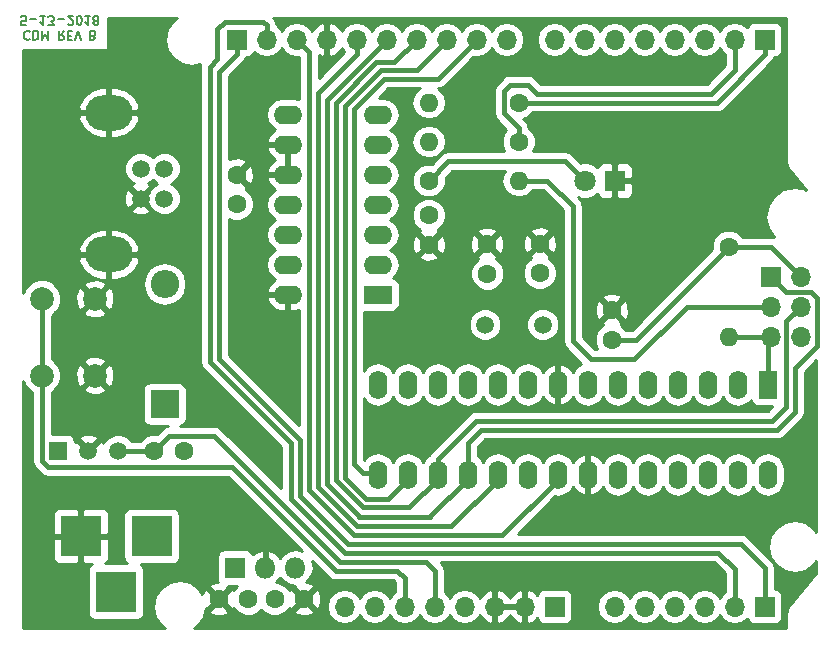
<source format=gbl>
G04 #@! TF.FileFunction,Copper,L2,Bot,Signal*
%FSLAX46Y46*%
G04 Gerber Fmt 4.6, Leading zero omitted, Abs format (unit mm)*
G04 Created by KiCad (PCBNEW 4.0.5+dfsg1-4) date Sat Jun 16 18:21:39 2018*
%MOMM*%
%LPD*%
G01*
G04 APERTURE LIST*
%ADD10C,0.100000*%
%ADD11C,0.150000*%
%ADD12R,1.600000X2.400000*%
%ADD13O,1.600000X2.400000*%
%ADD14C,1.600000*%
%ADD15C,1.520000*%
%ADD16O,4.000000X3.000000*%
%ADD17R,3.500000X3.500000*%
%ADD18R,1.700000X1.700000*%
%ADD19O,1.700000X1.700000*%
%ADD20O,1.600000X1.600000*%
%ADD21C,2.000000*%
%ADD22R,2.400000X1.600000*%
%ADD23O,2.400000X1.600000*%
%ADD24C,1.500000*%
%ADD25R,1.800000X1.800000*%
%ADD26C,1.800000*%
%ADD27R,1.520000X1.520000*%
%ADD28O,1.800000X1.800000*%
%ADD29R,2.400000X2.400000*%
%ADD30O,2.400000X2.400000*%
%ADD31C,0.406400*%
%ADD32C,0.254000*%
G04 APERTURE END LIST*
D10*
D11*
X107936429Y-28309643D02*
X107900715Y-28273929D01*
X107793572Y-28238214D01*
X107722143Y-28238214D01*
X107615000Y-28273929D01*
X107543572Y-28345357D01*
X107507857Y-28416786D01*
X107472143Y-28559643D01*
X107472143Y-28666786D01*
X107507857Y-28809643D01*
X107543572Y-28881071D01*
X107615000Y-28952500D01*
X107722143Y-28988214D01*
X107793572Y-28988214D01*
X107900715Y-28952500D01*
X107936429Y-28916786D01*
X108257857Y-28238214D02*
X108257857Y-28988214D01*
X108436429Y-28988214D01*
X108543572Y-28952500D01*
X108615000Y-28881071D01*
X108650715Y-28809643D01*
X108686429Y-28666786D01*
X108686429Y-28559643D01*
X108650715Y-28416786D01*
X108615000Y-28345357D01*
X108543572Y-28273929D01*
X108436429Y-28238214D01*
X108257857Y-28238214D01*
X109007857Y-28238214D02*
X109007857Y-28988214D01*
X109257857Y-28452500D01*
X109507857Y-28988214D01*
X109507857Y-28238214D01*
X110865001Y-28238214D02*
X110615001Y-28595357D01*
X110436429Y-28238214D02*
X110436429Y-28988214D01*
X110722144Y-28988214D01*
X110793572Y-28952500D01*
X110829287Y-28916786D01*
X110865001Y-28845357D01*
X110865001Y-28738214D01*
X110829287Y-28666786D01*
X110793572Y-28631071D01*
X110722144Y-28595357D01*
X110436429Y-28595357D01*
X111186429Y-28631071D02*
X111436429Y-28631071D01*
X111543572Y-28238214D02*
X111186429Y-28238214D01*
X111186429Y-28988214D01*
X111543572Y-28988214D01*
X111757858Y-28988214D02*
X112007858Y-28238214D01*
X112257858Y-28988214D01*
X113329286Y-28631071D02*
X113436429Y-28595357D01*
X113472144Y-28559643D01*
X113507858Y-28488214D01*
X113507858Y-28381071D01*
X113472144Y-28309643D01*
X113436429Y-28273929D01*
X113365001Y-28238214D01*
X113079286Y-28238214D01*
X113079286Y-28988214D01*
X113329286Y-28988214D01*
X113400715Y-28952500D01*
X113436429Y-28916786D01*
X113472144Y-28845357D01*
X113472144Y-28773929D01*
X113436429Y-28702500D01*
X113400715Y-28666786D01*
X113329286Y-28631071D01*
X113079286Y-28631071D01*
X107597142Y-27713214D02*
X107239999Y-27713214D01*
X107204285Y-27356071D01*
X107239999Y-27391786D01*
X107311428Y-27427500D01*
X107489999Y-27427500D01*
X107561428Y-27391786D01*
X107597142Y-27356071D01*
X107632857Y-27284643D01*
X107632857Y-27106071D01*
X107597142Y-27034643D01*
X107561428Y-26998929D01*
X107489999Y-26963214D01*
X107311428Y-26963214D01*
X107239999Y-26998929D01*
X107204285Y-27034643D01*
X107954285Y-27248929D02*
X108525714Y-27248929D01*
X109275714Y-26963214D02*
X108847142Y-26963214D01*
X109061428Y-26963214D02*
X109061428Y-27713214D01*
X108989999Y-27606071D01*
X108918571Y-27534643D01*
X108847142Y-27498929D01*
X109525714Y-27713214D02*
X109990000Y-27713214D01*
X109740000Y-27427500D01*
X109847142Y-27427500D01*
X109918571Y-27391786D01*
X109954285Y-27356071D01*
X109990000Y-27284643D01*
X109990000Y-27106071D01*
X109954285Y-27034643D01*
X109918571Y-26998929D01*
X109847142Y-26963214D01*
X109632857Y-26963214D01*
X109561428Y-26998929D01*
X109525714Y-27034643D01*
X110311428Y-27248929D02*
X110882857Y-27248929D01*
X111204285Y-27641786D02*
X111239999Y-27677500D01*
X111311428Y-27713214D01*
X111489999Y-27713214D01*
X111561428Y-27677500D01*
X111597142Y-27641786D01*
X111632857Y-27570357D01*
X111632857Y-27498929D01*
X111597142Y-27391786D01*
X111168571Y-26963214D01*
X111632857Y-26963214D01*
X112097143Y-27713214D02*
X112168571Y-27713214D01*
X112240000Y-27677500D01*
X112275714Y-27641786D01*
X112311428Y-27570357D01*
X112347143Y-27427500D01*
X112347143Y-27248929D01*
X112311428Y-27106071D01*
X112275714Y-27034643D01*
X112240000Y-26998929D01*
X112168571Y-26963214D01*
X112097143Y-26963214D01*
X112025714Y-26998929D01*
X111990000Y-27034643D01*
X111954285Y-27106071D01*
X111918571Y-27248929D01*
X111918571Y-27427500D01*
X111954285Y-27570357D01*
X111990000Y-27641786D01*
X112025714Y-27677500D01*
X112097143Y-27713214D01*
X113061429Y-26963214D02*
X112632857Y-26963214D01*
X112847143Y-26963214D02*
X112847143Y-27713214D01*
X112775714Y-27606071D01*
X112704286Y-27534643D01*
X112632857Y-27498929D01*
X113490000Y-27391786D02*
X113418572Y-27427500D01*
X113382857Y-27463214D01*
X113347143Y-27534643D01*
X113347143Y-27570357D01*
X113382857Y-27641786D01*
X113418572Y-27677500D01*
X113490000Y-27713214D01*
X113632857Y-27713214D01*
X113704286Y-27677500D01*
X113740000Y-27641786D01*
X113775715Y-27570357D01*
X113775715Y-27534643D01*
X113740000Y-27463214D01*
X113704286Y-27427500D01*
X113632857Y-27391786D01*
X113490000Y-27391786D01*
X113418572Y-27356071D01*
X113382857Y-27320357D01*
X113347143Y-27248929D01*
X113347143Y-27106071D01*
X113382857Y-27034643D01*
X113418572Y-26998929D01*
X113490000Y-26963214D01*
X113632857Y-26963214D01*
X113704286Y-26998929D01*
X113740000Y-27034643D01*
X113775715Y-27106071D01*
X113775715Y-27248929D01*
X113740000Y-27320357D01*
X113704286Y-27356071D01*
X113632857Y-27391786D01*
D12*
X170434000Y-58166000D03*
D13*
X137414000Y-65786000D03*
X167894000Y-58166000D03*
X139954000Y-65786000D03*
X165354000Y-58166000D03*
X142494000Y-65786000D03*
X162814000Y-58166000D03*
X145034000Y-65786000D03*
X160274000Y-58166000D03*
X147574000Y-65786000D03*
X157734000Y-58166000D03*
X150114000Y-65786000D03*
X155194000Y-58166000D03*
X152654000Y-65786000D03*
X152654000Y-58166000D03*
X155194000Y-65786000D03*
X150114000Y-58166000D03*
X157734000Y-65786000D03*
X147574000Y-58166000D03*
X160274000Y-65786000D03*
X145034000Y-58166000D03*
X162814000Y-65786000D03*
X142494000Y-58166000D03*
X165354000Y-65786000D03*
X139954000Y-58166000D03*
X167894000Y-65786000D03*
X137414000Y-58166000D03*
X170434000Y-65786000D03*
D14*
X157226000Y-54356000D03*
X157226000Y-51856000D03*
X126452000Y-76327000D03*
X123952000Y-76327000D03*
X141732000Y-46315000D03*
X141732000Y-43815000D03*
X125476000Y-42886000D03*
X125476000Y-40386000D03*
X128691000Y-76327000D03*
X131191000Y-76327000D03*
X151130000Y-46228000D03*
X151130000Y-48728000D03*
X146685000Y-46282000D03*
X146685000Y-48782000D03*
D15*
X119348000Y-39878000D03*
X119348000Y-42418000D03*
X117348000Y-42418000D03*
X117348000Y-39878000D03*
D16*
X114648000Y-35148000D03*
X114648000Y-47148000D03*
D17*
X118268000Y-70993000D03*
X112268000Y-70993000D03*
X115268000Y-75693000D03*
D18*
X170180000Y-76962000D03*
D19*
X167640000Y-76962000D03*
X165100000Y-76962000D03*
X162560000Y-76962000D03*
X160020000Y-76962000D03*
X157480000Y-76962000D03*
D18*
X170180000Y-28956000D03*
D19*
X167640000Y-28956000D03*
X165100000Y-28956000D03*
X162560000Y-28956000D03*
X160020000Y-28956000D03*
X157480000Y-28956000D03*
X154940000Y-28956000D03*
X152400000Y-28956000D03*
D14*
X149352000Y-37592000D03*
D20*
X141732000Y-37592000D03*
D14*
X149352000Y-34290000D03*
D20*
X141732000Y-34290000D03*
D14*
X167132000Y-46482000D03*
D20*
X167132000Y-54102000D03*
D21*
X113466000Y-57404000D03*
X108966000Y-57404000D03*
X113466000Y-50904000D03*
X108966000Y-50904000D03*
D22*
X137414000Y-50546000D03*
D23*
X129794000Y-35306000D03*
X137414000Y-48006000D03*
X129794000Y-37846000D03*
X137414000Y-45466000D03*
X129794000Y-40386000D03*
X137414000Y-42926000D03*
X129794000Y-42926000D03*
X137414000Y-40386000D03*
X129794000Y-45466000D03*
X137414000Y-37846000D03*
X129794000Y-48006000D03*
X137414000Y-35306000D03*
X129794000Y-50546000D03*
D24*
X151384000Y-53086000D03*
X146504000Y-53086000D03*
D25*
X157480000Y-40894000D03*
D26*
X154940000Y-40894000D03*
D14*
X141732000Y-40894000D03*
D20*
X149352000Y-40894000D03*
D18*
X152400000Y-76962000D03*
D19*
X149860000Y-76962000D03*
X147320000Y-76962000D03*
X144780000Y-76962000D03*
X142240000Y-76962000D03*
X139700000Y-76962000D03*
X137160000Y-76962000D03*
X134620000Y-76962000D03*
D18*
X170688000Y-49022000D03*
D19*
X173228000Y-49022000D03*
X170688000Y-51562000D03*
X173228000Y-51562000D03*
X170688000Y-54102000D03*
X173228000Y-54102000D03*
D18*
X125476000Y-28956000D03*
D19*
X128016000Y-28956000D03*
X130556000Y-28956000D03*
X133096000Y-28956000D03*
X135636000Y-28956000D03*
X138176000Y-28956000D03*
X140716000Y-28956000D03*
X143256000Y-28956000D03*
X145796000Y-28956000D03*
X148336000Y-28956000D03*
D14*
X118491000Y-63754000D03*
X120991000Y-63754000D03*
D15*
X112903000Y-63754000D03*
X115443000Y-63754000D03*
D27*
X110363000Y-63754000D03*
D25*
X125349000Y-73660000D03*
D28*
X127889000Y-73660000D03*
X130429000Y-73660000D03*
D29*
X119380000Y-59817000D03*
D30*
X119380000Y-49657000D03*
D31*
X157226000Y-54356000D02*
X159258000Y-54356000D01*
X159258000Y-54356000D02*
X167132000Y-46482000D01*
X166624000Y-46482000D02*
X170688000Y-46482000D01*
X170688000Y-46482000D02*
X173228000Y-49022000D01*
X108966000Y-57404000D02*
X108966000Y-64608522D01*
X108966000Y-64608522D02*
X109508478Y-65151000D01*
X109508478Y-65151000D02*
X125095000Y-65151000D01*
X125095000Y-65151000D02*
X133858000Y-73914000D01*
X133858000Y-73914000D02*
X139065000Y-73914000D01*
X139065000Y-73914000D02*
X139700000Y-74549000D01*
X139700000Y-74549000D02*
X139700000Y-76962000D01*
X108966000Y-50904000D02*
X108966000Y-57404000D01*
X166624000Y-54102000D02*
X170688000Y-54102000D01*
X170561000Y-54229000D02*
X170688000Y-54102000D01*
X170434000Y-57277000D02*
X170434000Y-54356000D01*
X170434000Y-54356000D02*
X170688000Y-54102000D01*
X170180000Y-73660000D02*
X170180000Y-75705600D01*
X168148000Y-71628000D02*
X170180000Y-73660000D01*
X134874000Y-71628000D02*
X168148000Y-71628000D01*
X130810000Y-67564000D02*
X134874000Y-71628000D01*
X130810000Y-62865000D02*
X130810000Y-67564000D01*
X123952000Y-56007000D02*
X130810000Y-62865000D01*
X123952000Y-31736400D02*
X123952000Y-56007000D01*
X125476000Y-30212400D02*
X123952000Y-31736400D01*
X125476000Y-28956000D02*
X125476000Y-30212400D01*
X170180000Y-75705600D02*
X170180000Y-76962000D01*
X123190000Y-56261000D02*
X130048000Y-63119000D01*
X130048000Y-63119000D02*
X130048000Y-67818000D01*
X167640000Y-73787000D02*
X167640000Y-74549000D01*
X134620000Y-72390000D02*
X130048000Y-67818000D01*
X128016000Y-28956000D02*
X128016000Y-27753919D01*
X128016000Y-27753919D02*
X127694081Y-27432000D01*
X127694081Y-27432000D02*
X124460000Y-27432000D01*
X124460000Y-27432000D02*
X123825000Y-28067000D01*
X123190000Y-31242000D02*
X123190000Y-56261000D01*
X123825000Y-28067000D02*
X123825000Y-30607000D01*
X123825000Y-30607000D02*
X123190000Y-31242000D01*
X167640000Y-76962000D02*
X167640000Y-74549000D01*
X167640000Y-73787000D02*
X166243000Y-72390000D01*
X166243000Y-72390000D02*
X134620000Y-72390000D01*
X137414000Y-65659000D02*
X136144000Y-65659000D01*
X137922000Y-32258000D02*
X142494000Y-32258000D01*
X136144000Y-65659000D02*
X135382000Y-64897000D01*
X135382000Y-34798000D02*
X137922000Y-32258000D01*
X135382000Y-64897000D02*
X135382000Y-34798000D01*
X142494000Y-32258000D02*
X145796000Y-28956000D01*
X139954000Y-66186000D02*
X138322000Y-67818000D01*
X138322000Y-67818000D02*
X136398000Y-67818000D01*
X136398000Y-67818000D02*
X134620000Y-66040000D01*
X137668000Y-31496000D02*
X140716000Y-31496000D01*
X134620000Y-66040000D02*
X134620000Y-34544000D01*
X134620000Y-34544000D02*
X137668000Y-31496000D01*
X140716000Y-31496000D02*
X143256000Y-28956000D01*
X142494000Y-66167000D02*
X140100000Y-68561000D01*
X133858000Y-34290000D02*
X137287000Y-30861000D01*
X140100000Y-68561000D02*
X136144000Y-68561000D01*
X136144000Y-68561000D02*
X133858000Y-66275000D01*
X133858000Y-66275000D02*
X133858000Y-34290000D01*
X137287000Y-30861000D02*
X138811000Y-30861000D01*
X138811000Y-30861000D02*
X140716000Y-28956000D01*
X171971599Y-52818401D02*
X173228000Y-51562000D01*
X142494000Y-64497000D02*
X142494000Y-65786000D01*
X171971599Y-52818401D02*
X171971599Y-60057401D01*
X171971599Y-60057401D02*
X170815000Y-61214000D01*
X170815000Y-61214000D02*
X145777000Y-61214000D01*
X145777000Y-61214000D02*
X142494000Y-64497000D01*
X133096000Y-34036000D02*
X138176000Y-28956000D01*
X133096000Y-34036000D02*
X133096000Y-66548000D01*
X133096000Y-66548000D02*
X135890000Y-69342000D01*
X170688000Y-49022000D02*
X171958000Y-50292000D01*
X174117000Y-50292000D02*
X174625000Y-50800000D01*
X171958000Y-50292000D02*
X174117000Y-50292000D01*
X174625000Y-50800000D02*
X174625000Y-54864000D01*
X174625000Y-54864000D02*
X172720000Y-56769000D01*
X145034000Y-66167000D02*
X141878000Y-69323000D01*
X172720000Y-56769000D02*
X172720000Y-60452000D01*
X172720000Y-60452000D02*
X171196000Y-61976000D01*
X171196000Y-61976000D02*
X146177000Y-61976000D01*
X146177000Y-61976000D02*
X145034000Y-63119000D01*
X145034000Y-63119000D02*
X145034000Y-65297000D01*
X141859000Y-69342000D02*
X135871000Y-69342000D01*
X170688000Y-51562000D02*
X163576000Y-51562000D01*
X163576000Y-51562000D02*
X159131000Y-56007000D01*
X153924000Y-43053000D02*
X151765000Y-40894000D01*
X159131000Y-56007000D02*
X155448000Y-56007000D01*
X153924000Y-54483000D02*
X153924000Y-43053000D01*
X155448000Y-56007000D02*
X153924000Y-54483000D01*
X151765000Y-40894000D02*
X149352000Y-40894000D01*
X132334000Y-66837000D02*
X132334000Y-33655000D01*
X135636000Y-28956000D02*
X135636000Y-30158081D01*
X135636000Y-30158081D02*
X132334000Y-33460081D01*
X132334000Y-33460081D02*
X132334000Y-33655000D01*
X147574000Y-66221000D02*
X143656000Y-70139000D01*
X143656000Y-70139000D02*
X135636000Y-70139000D01*
X135636000Y-70139000D02*
X132334000Y-66837000D01*
X152654000Y-66221000D02*
X147974000Y-70901000D01*
X147974000Y-70901000D02*
X135382000Y-70901000D01*
X135382000Y-70901000D02*
X131572000Y-67091000D01*
X131572000Y-67091000D02*
X131572000Y-29972000D01*
X131572000Y-29972000D02*
X130556000Y-28956000D01*
X149352000Y-34290000D02*
X166102400Y-34290000D01*
X166102400Y-34290000D02*
X170180000Y-30212400D01*
X170180000Y-30212400D02*
X170180000Y-28956000D01*
X167640000Y-31496000D02*
X167640000Y-28956000D01*
X165608000Y-33528000D02*
X167640000Y-31496000D01*
X150876000Y-33528000D02*
X165608000Y-33528000D01*
X150114000Y-32766000D02*
X150876000Y-33528000D01*
X148590000Y-32766000D02*
X150114000Y-32766000D01*
X148082000Y-33274000D02*
X148590000Y-32766000D01*
X148082000Y-35190630D02*
X148082000Y-33274000D01*
X149352000Y-37592000D02*
X149352000Y-36460630D01*
X149352000Y-36460630D02*
X148082000Y-35190630D01*
X143383000Y-39243000D02*
X153289000Y-39243000D01*
X153289000Y-39243000D02*
X154940000Y-40894000D01*
X141732000Y-40894000D02*
X143383000Y-39243000D01*
X118491000Y-63754000D02*
X119761000Y-62484000D01*
X119761000Y-62484000D02*
X123571000Y-62484000D01*
X123571000Y-62484000D02*
X134239000Y-73152000D01*
X134239000Y-73152000D02*
X141478000Y-73152000D01*
X141478000Y-73152000D02*
X142240000Y-73914000D01*
X142240000Y-73914000D02*
X142240000Y-76962000D01*
X118491000Y-63754000D02*
X115443000Y-63754000D01*
D32*
G36*
X174550000Y-70676958D02*
X174299677Y-70302323D01*
X173574915Y-69818053D01*
X172720000Y-69648000D01*
X171865085Y-69818053D01*
X171140323Y-70302323D01*
X170656053Y-71027085D01*
X170486000Y-71882000D01*
X170656053Y-72736915D01*
X171140323Y-73461677D01*
X171865085Y-73945947D01*
X172720000Y-74116000D01*
X173574915Y-73945947D01*
X174299677Y-73461677D01*
X174550000Y-73087042D01*
X174550000Y-74164945D01*
X172174563Y-77015469D01*
X172123451Y-77109388D01*
X172064046Y-77198295D01*
X172057697Y-77230214D01*
X172042141Y-77258798D01*
X172030861Y-77365125D01*
X172010000Y-77470000D01*
X172010000Y-78792000D01*
X121855042Y-78792000D01*
X122229677Y-78541677D01*
X122713947Y-77816915D01*
X122809856Y-77334745D01*
X123123861Y-77334745D01*
X123197995Y-77580864D01*
X123735223Y-77773965D01*
X124305454Y-77746778D01*
X124706005Y-77580864D01*
X124780139Y-77334745D01*
X123952000Y-76506605D01*
X123123861Y-77334745D01*
X122809856Y-77334745D01*
X122851160Y-77127098D01*
X122944255Y-77155139D01*
X123772395Y-76327000D01*
X122944255Y-75498861D01*
X122698136Y-75572995D01*
X122578842Y-75904885D01*
X122229677Y-75382323D01*
X121504915Y-74898053D01*
X120650000Y-74728000D01*
X119795085Y-74898053D01*
X119070323Y-75382323D01*
X118586053Y-76107085D01*
X118416000Y-76962000D01*
X118586053Y-77816915D01*
X119070323Y-78541677D01*
X119444958Y-78792000D01*
X107390000Y-78792000D01*
X107390000Y-71278750D01*
X109883000Y-71278750D01*
X109883000Y-72869310D01*
X109979673Y-73102699D01*
X110158302Y-73281327D01*
X110391691Y-73378000D01*
X111982250Y-73378000D01*
X112141000Y-73219250D01*
X112141000Y-71120000D01*
X112395000Y-71120000D01*
X112395000Y-73219250D01*
X112553750Y-73378000D01*
X113223378Y-73378000D01*
X113066559Y-73478910D01*
X112921569Y-73691110D01*
X112870560Y-73943000D01*
X112870560Y-77443000D01*
X112914838Y-77678317D01*
X113053910Y-77894441D01*
X113266110Y-78039431D01*
X113518000Y-78090440D01*
X117018000Y-78090440D01*
X117253317Y-78046162D01*
X117469441Y-77907090D01*
X117614431Y-77694890D01*
X117665440Y-77443000D01*
X117665440Y-73943000D01*
X117621162Y-73707683D01*
X117482090Y-73491559D01*
X117334097Y-73390440D01*
X120018000Y-73390440D01*
X120253317Y-73346162D01*
X120469441Y-73207090D01*
X120614431Y-72994890D01*
X120665440Y-72743000D01*
X120665440Y-69243000D01*
X120621162Y-69007683D01*
X120482090Y-68791559D01*
X120269890Y-68646569D01*
X120018000Y-68595560D01*
X116518000Y-68595560D01*
X116282683Y-68639838D01*
X116066559Y-68778910D01*
X115921569Y-68991110D01*
X115870560Y-69243000D01*
X115870560Y-72743000D01*
X115914838Y-72978317D01*
X116053910Y-73194441D01*
X116201903Y-73295560D01*
X114343337Y-73295560D01*
X114377698Y-73281327D01*
X114556327Y-73102699D01*
X114653000Y-72869310D01*
X114653000Y-71278750D01*
X114494250Y-71120000D01*
X112395000Y-71120000D01*
X112141000Y-71120000D01*
X110041750Y-71120000D01*
X109883000Y-71278750D01*
X107390000Y-71278750D01*
X107390000Y-69116690D01*
X109883000Y-69116690D01*
X109883000Y-70707250D01*
X110041750Y-70866000D01*
X112141000Y-70866000D01*
X112141000Y-68766750D01*
X112395000Y-68766750D01*
X112395000Y-70866000D01*
X114494250Y-70866000D01*
X114653000Y-70707250D01*
X114653000Y-69116690D01*
X114556327Y-68883301D01*
X114377698Y-68704673D01*
X114144309Y-68608000D01*
X112553750Y-68608000D01*
X112395000Y-68766750D01*
X112141000Y-68766750D01*
X111982250Y-68608000D01*
X110391691Y-68608000D01*
X110158302Y-68704673D01*
X109979673Y-68883301D01*
X109883000Y-69116690D01*
X107390000Y-69116690D01*
X107390000Y-57871273D01*
X107579106Y-58328943D01*
X108038637Y-58789278D01*
X108127800Y-58826302D01*
X108127800Y-64608522D01*
X108191604Y-64929288D01*
X108373303Y-65201219D01*
X108915781Y-65743697D01*
X109187713Y-65925396D01*
X109508478Y-65989200D01*
X124747806Y-65989200D01*
X130989019Y-72230413D01*
X130459072Y-72125000D01*
X130398928Y-72125000D01*
X129811509Y-72241845D01*
X129313519Y-72574591D01*
X129154499Y-72812582D01*
X128796576Y-72422034D01*
X128253742Y-72168954D01*
X128016000Y-72289003D01*
X128016000Y-73533000D01*
X128036000Y-73533000D01*
X128036000Y-73787000D01*
X128016000Y-73787000D01*
X128016000Y-73807000D01*
X127762000Y-73807000D01*
X127762000Y-73787000D01*
X127742000Y-73787000D01*
X127742000Y-73533000D01*
X127762000Y-73533000D01*
X127762000Y-72289003D01*
X127524258Y-72168954D01*
X126981424Y-72422034D01*
X126858156Y-72556538D01*
X126852162Y-72524683D01*
X126713090Y-72308559D01*
X126500890Y-72163569D01*
X126249000Y-72112560D01*
X124449000Y-72112560D01*
X124213683Y-72156838D01*
X123997559Y-72295910D01*
X123852569Y-72508110D01*
X123801560Y-72760000D01*
X123801560Y-74560000D01*
X123845838Y-74795317D01*
X123908343Y-74892452D01*
X123598546Y-74907222D01*
X123197995Y-75073136D01*
X123123861Y-75319255D01*
X123952000Y-76147395D01*
X124780139Y-75319255D01*
X124746459Y-75207440D01*
X125542346Y-75207440D01*
X125236176Y-75513077D01*
X125208577Y-75579544D01*
X125205864Y-75572995D01*
X124959745Y-75498861D01*
X124131605Y-76327000D01*
X124959745Y-77155139D01*
X125205864Y-77081005D01*
X125208196Y-77074517D01*
X125234757Y-77138800D01*
X125638077Y-77542824D01*
X126165309Y-77761750D01*
X126736187Y-77762248D01*
X127263800Y-77544243D01*
X127571683Y-77236897D01*
X127877077Y-77542824D01*
X128404309Y-77761750D01*
X128975187Y-77762248D01*
X129502800Y-77544243D01*
X129712663Y-77334745D01*
X130362861Y-77334745D01*
X130436995Y-77580864D01*
X130974223Y-77773965D01*
X131544454Y-77746778D01*
X131945005Y-77580864D01*
X132019139Y-77334745D01*
X131191000Y-76506605D01*
X130362861Y-77334745D01*
X129712663Y-77334745D01*
X129906824Y-77140923D01*
X129934423Y-77074456D01*
X129937136Y-77081005D01*
X130183255Y-77155139D01*
X131011395Y-76327000D01*
X131370605Y-76327000D01*
X132198745Y-77155139D01*
X132444864Y-77081005D01*
X132637965Y-76543777D01*
X132610778Y-75973546D01*
X132444864Y-75572995D01*
X132198745Y-75498861D01*
X131370605Y-76327000D01*
X131011395Y-76327000D01*
X130183255Y-75498861D01*
X129937136Y-75572995D01*
X129934804Y-75579483D01*
X129908243Y-75515200D01*
X129504923Y-75111176D01*
X128977691Y-74892250D01*
X128801955Y-74892097D01*
X129154499Y-74507418D01*
X129313519Y-74745409D01*
X129811509Y-75078155D01*
X130398928Y-75195000D01*
X130400288Y-75195000D01*
X130362861Y-75319255D01*
X131191000Y-76147395D01*
X132019139Y-75319255D01*
X131945005Y-75073136D01*
X131407777Y-74880035D01*
X131338021Y-74883361D01*
X131544481Y-74745409D01*
X131877227Y-74247419D01*
X131994072Y-73660000D01*
X131888659Y-73130053D01*
X133265303Y-74506697D01*
X133537235Y-74688396D01*
X133858000Y-74752200D01*
X138717806Y-74752200D01*
X138861800Y-74896194D01*
X138861800Y-75741297D01*
X138649946Y-75882853D01*
X138430000Y-76212026D01*
X138210054Y-75882853D01*
X137728285Y-75560946D01*
X137160000Y-75447907D01*
X136591715Y-75560946D01*
X136109946Y-75882853D01*
X135890000Y-76212026D01*
X135670054Y-75882853D01*
X135188285Y-75560946D01*
X134620000Y-75447907D01*
X134051715Y-75560946D01*
X133569946Y-75882853D01*
X133248039Y-76364622D01*
X133135000Y-76932907D01*
X133135000Y-76991093D01*
X133248039Y-77559378D01*
X133569946Y-78041147D01*
X134051715Y-78363054D01*
X134620000Y-78476093D01*
X135188285Y-78363054D01*
X135670054Y-78041147D01*
X135890000Y-77711974D01*
X136109946Y-78041147D01*
X136591715Y-78363054D01*
X137160000Y-78476093D01*
X137728285Y-78363054D01*
X138210054Y-78041147D01*
X138430000Y-77711974D01*
X138649946Y-78041147D01*
X139131715Y-78363054D01*
X139700000Y-78476093D01*
X140268285Y-78363054D01*
X140750054Y-78041147D01*
X140970000Y-77711974D01*
X141189946Y-78041147D01*
X141671715Y-78363054D01*
X142240000Y-78476093D01*
X142808285Y-78363054D01*
X143290054Y-78041147D01*
X143510000Y-77711974D01*
X143729946Y-78041147D01*
X144211715Y-78363054D01*
X144780000Y-78476093D01*
X145348285Y-78363054D01*
X145830054Y-78041147D01*
X146057702Y-77700447D01*
X146124817Y-77843358D01*
X146553076Y-78233645D01*
X146963110Y-78403476D01*
X147193000Y-78282155D01*
X147193000Y-77089000D01*
X147447000Y-77089000D01*
X147447000Y-78282155D01*
X147676890Y-78403476D01*
X148086924Y-78233645D01*
X148515183Y-77843358D01*
X148590000Y-77684046D01*
X148664817Y-77843358D01*
X149093076Y-78233645D01*
X149503110Y-78403476D01*
X149733000Y-78282155D01*
X149733000Y-77089000D01*
X147447000Y-77089000D01*
X147193000Y-77089000D01*
X147173000Y-77089000D01*
X147173000Y-76835000D01*
X147193000Y-76835000D01*
X147193000Y-75641845D01*
X147447000Y-75641845D01*
X147447000Y-76835000D01*
X149733000Y-76835000D01*
X149733000Y-75641845D01*
X149987000Y-75641845D01*
X149987000Y-76835000D01*
X150007000Y-76835000D01*
X150007000Y-77089000D01*
X149987000Y-77089000D01*
X149987000Y-78282155D01*
X150216890Y-78403476D01*
X150626924Y-78233645D01*
X150929937Y-77957499D01*
X150946838Y-78047317D01*
X151085910Y-78263441D01*
X151298110Y-78408431D01*
X151550000Y-78459440D01*
X153250000Y-78459440D01*
X153485317Y-78415162D01*
X153701441Y-78276090D01*
X153846431Y-78063890D01*
X153897440Y-77812000D01*
X153897440Y-76112000D01*
X153853162Y-75876683D01*
X153714090Y-75660559D01*
X153501890Y-75515569D01*
X153250000Y-75464560D01*
X151550000Y-75464560D01*
X151314683Y-75508838D01*
X151098559Y-75647910D01*
X150953569Y-75860110D01*
X150931699Y-75968107D01*
X150626924Y-75690355D01*
X150216890Y-75520524D01*
X149987000Y-75641845D01*
X149733000Y-75641845D01*
X149503110Y-75520524D01*
X149093076Y-75690355D01*
X148664817Y-76080642D01*
X148590000Y-76239954D01*
X148515183Y-76080642D01*
X148086924Y-75690355D01*
X147676890Y-75520524D01*
X147447000Y-75641845D01*
X147193000Y-75641845D01*
X146963110Y-75520524D01*
X146553076Y-75690355D01*
X146124817Y-76080642D01*
X146057702Y-76223553D01*
X145830054Y-75882853D01*
X145348285Y-75560946D01*
X144780000Y-75447907D01*
X144211715Y-75560946D01*
X143729946Y-75882853D01*
X143510000Y-76212026D01*
X143290054Y-75882853D01*
X143078200Y-75741297D01*
X143078200Y-73914000D01*
X143014396Y-73593235D01*
X142832697Y-73321303D01*
X142739594Y-73228200D01*
X165895806Y-73228200D01*
X166801800Y-74134194D01*
X166801800Y-75741297D01*
X166589946Y-75882853D01*
X166370000Y-76212026D01*
X166150054Y-75882853D01*
X165668285Y-75560946D01*
X165100000Y-75447907D01*
X164531715Y-75560946D01*
X164049946Y-75882853D01*
X163830000Y-76212026D01*
X163610054Y-75882853D01*
X163128285Y-75560946D01*
X162560000Y-75447907D01*
X161991715Y-75560946D01*
X161509946Y-75882853D01*
X161290000Y-76212026D01*
X161070054Y-75882853D01*
X160588285Y-75560946D01*
X160020000Y-75447907D01*
X159451715Y-75560946D01*
X158969946Y-75882853D01*
X158750000Y-76212026D01*
X158530054Y-75882853D01*
X158048285Y-75560946D01*
X157480000Y-75447907D01*
X156911715Y-75560946D01*
X156429946Y-75882853D01*
X156108039Y-76364622D01*
X155995000Y-76932907D01*
X155995000Y-76991093D01*
X156108039Y-77559378D01*
X156429946Y-78041147D01*
X156911715Y-78363054D01*
X157480000Y-78476093D01*
X158048285Y-78363054D01*
X158530054Y-78041147D01*
X158750000Y-77711974D01*
X158969946Y-78041147D01*
X159451715Y-78363054D01*
X160020000Y-78476093D01*
X160588285Y-78363054D01*
X161070054Y-78041147D01*
X161290000Y-77711974D01*
X161509946Y-78041147D01*
X161991715Y-78363054D01*
X162560000Y-78476093D01*
X163128285Y-78363054D01*
X163610054Y-78041147D01*
X163830000Y-77711974D01*
X164049946Y-78041147D01*
X164531715Y-78363054D01*
X165100000Y-78476093D01*
X165668285Y-78363054D01*
X166150054Y-78041147D01*
X166370000Y-77711974D01*
X166589946Y-78041147D01*
X167071715Y-78363054D01*
X167640000Y-78476093D01*
X168208285Y-78363054D01*
X168690054Y-78041147D01*
X168717850Y-77999548D01*
X168726838Y-78047317D01*
X168865910Y-78263441D01*
X169078110Y-78408431D01*
X169330000Y-78459440D01*
X171030000Y-78459440D01*
X171265317Y-78415162D01*
X171481441Y-78276090D01*
X171626431Y-78063890D01*
X171677440Y-77812000D01*
X171677440Y-76112000D01*
X171633162Y-75876683D01*
X171494090Y-75660559D01*
X171281890Y-75515569D01*
X171030000Y-75464560D01*
X171018200Y-75464560D01*
X171018200Y-73660000D01*
X170954396Y-73339235D01*
X170954396Y-73339234D01*
X170772697Y-73067303D01*
X168740697Y-71035303D01*
X168468766Y-70853604D01*
X168148000Y-70789800D01*
X149270594Y-70789800D01*
X152445014Y-67615380D01*
X152654000Y-67656950D01*
X153203151Y-67547717D01*
X153668698Y-67236648D01*
X153921507Y-66858293D01*
X154269104Y-67290500D01*
X154762181Y-67560367D01*
X154844961Y-67577904D01*
X155067000Y-67455915D01*
X155067000Y-65913000D01*
X155047000Y-65913000D01*
X155047000Y-65659000D01*
X155067000Y-65659000D01*
X155067000Y-64116085D01*
X155321000Y-64116085D01*
X155321000Y-65659000D01*
X155341000Y-65659000D01*
X155341000Y-65913000D01*
X155321000Y-65913000D01*
X155321000Y-67455915D01*
X155543039Y-67577904D01*
X155625819Y-67560367D01*
X156118896Y-67290500D01*
X156466493Y-66858293D01*
X156719302Y-67236648D01*
X157184849Y-67547717D01*
X157734000Y-67656950D01*
X158283151Y-67547717D01*
X158748698Y-67236648D01*
X159004000Y-66854562D01*
X159259302Y-67236648D01*
X159724849Y-67547717D01*
X160274000Y-67656950D01*
X160823151Y-67547717D01*
X161288698Y-67236648D01*
X161544000Y-66854562D01*
X161799302Y-67236648D01*
X162264849Y-67547717D01*
X162814000Y-67656950D01*
X163363151Y-67547717D01*
X163828698Y-67236648D01*
X164084000Y-66854562D01*
X164339302Y-67236648D01*
X164804849Y-67547717D01*
X165354000Y-67656950D01*
X165903151Y-67547717D01*
X166368698Y-67236648D01*
X166624000Y-66854562D01*
X166879302Y-67236648D01*
X167344849Y-67547717D01*
X167894000Y-67656950D01*
X168443151Y-67547717D01*
X168908698Y-67236648D01*
X169164000Y-66854562D01*
X169419302Y-67236648D01*
X169884849Y-67547717D01*
X170434000Y-67656950D01*
X170983151Y-67547717D01*
X171448698Y-67236648D01*
X171759767Y-66771101D01*
X171869000Y-66221950D01*
X171869000Y-65350050D01*
X171759767Y-64800899D01*
X171448698Y-64335352D01*
X170983151Y-64024283D01*
X170434000Y-63915050D01*
X169884849Y-64024283D01*
X169419302Y-64335352D01*
X169164000Y-64717438D01*
X168908698Y-64335352D01*
X168443151Y-64024283D01*
X167894000Y-63915050D01*
X167344849Y-64024283D01*
X166879302Y-64335352D01*
X166624000Y-64717438D01*
X166368698Y-64335352D01*
X165903151Y-64024283D01*
X165354000Y-63915050D01*
X164804849Y-64024283D01*
X164339302Y-64335352D01*
X164084000Y-64717438D01*
X163828698Y-64335352D01*
X163363151Y-64024283D01*
X162814000Y-63915050D01*
X162264849Y-64024283D01*
X161799302Y-64335352D01*
X161544000Y-64717438D01*
X161288698Y-64335352D01*
X160823151Y-64024283D01*
X160274000Y-63915050D01*
X159724849Y-64024283D01*
X159259302Y-64335352D01*
X159004000Y-64717438D01*
X158748698Y-64335352D01*
X158283151Y-64024283D01*
X157734000Y-63915050D01*
X157184849Y-64024283D01*
X156719302Y-64335352D01*
X156466493Y-64713707D01*
X156118896Y-64281500D01*
X155625819Y-64011633D01*
X155543039Y-63994096D01*
X155321000Y-64116085D01*
X155067000Y-64116085D01*
X154844961Y-63994096D01*
X154762181Y-64011633D01*
X154269104Y-64281500D01*
X153921507Y-64713707D01*
X153668698Y-64335352D01*
X153203151Y-64024283D01*
X152654000Y-63915050D01*
X152104849Y-64024283D01*
X151639302Y-64335352D01*
X151384000Y-64717438D01*
X151128698Y-64335352D01*
X150663151Y-64024283D01*
X150114000Y-63915050D01*
X149564849Y-64024283D01*
X149099302Y-64335352D01*
X148844000Y-64717438D01*
X148588698Y-64335352D01*
X148123151Y-64024283D01*
X147574000Y-63915050D01*
X147024849Y-64024283D01*
X146559302Y-64335352D01*
X146304000Y-64717438D01*
X146048698Y-64335352D01*
X145872200Y-64217420D01*
X145872200Y-63466194D01*
X146524194Y-62814200D01*
X171196000Y-62814200D01*
X171516766Y-62750396D01*
X171788697Y-62568697D01*
X173312697Y-61044697D01*
X173494396Y-60772765D01*
X173558200Y-60452000D01*
X173558200Y-57116194D01*
X174550000Y-56124394D01*
X174550000Y-70676958D01*
X174550000Y-70676958D01*
G37*
X174550000Y-70676958D02*
X174299677Y-70302323D01*
X173574915Y-69818053D01*
X172720000Y-69648000D01*
X171865085Y-69818053D01*
X171140323Y-70302323D01*
X170656053Y-71027085D01*
X170486000Y-71882000D01*
X170656053Y-72736915D01*
X171140323Y-73461677D01*
X171865085Y-73945947D01*
X172720000Y-74116000D01*
X173574915Y-73945947D01*
X174299677Y-73461677D01*
X174550000Y-73087042D01*
X174550000Y-74164945D01*
X172174563Y-77015469D01*
X172123451Y-77109388D01*
X172064046Y-77198295D01*
X172057697Y-77230214D01*
X172042141Y-77258798D01*
X172030861Y-77365125D01*
X172010000Y-77470000D01*
X172010000Y-78792000D01*
X121855042Y-78792000D01*
X122229677Y-78541677D01*
X122713947Y-77816915D01*
X122809856Y-77334745D01*
X123123861Y-77334745D01*
X123197995Y-77580864D01*
X123735223Y-77773965D01*
X124305454Y-77746778D01*
X124706005Y-77580864D01*
X124780139Y-77334745D01*
X123952000Y-76506605D01*
X123123861Y-77334745D01*
X122809856Y-77334745D01*
X122851160Y-77127098D01*
X122944255Y-77155139D01*
X123772395Y-76327000D01*
X122944255Y-75498861D01*
X122698136Y-75572995D01*
X122578842Y-75904885D01*
X122229677Y-75382323D01*
X121504915Y-74898053D01*
X120650000Y-74728000D01*
X119795085Y-74898053D01*
X119070323Y-75382323D01*
X118586053Y-76107085D01*
X118416000Y-76962000D01*
X118586053Y-77816915D01*
X119070323Y-78541677D01*
X119444958Y-78792000D01*
X107390000Y-78792000D01*
X107390000Y-71278750D01*
X109883000Y-71278750D01*
X109883000Y-72869310D01*
X109979673Y-73102699D01*
X110158302Y-73281327D01*
X110391691Y-73378000D01*
X111982250Y-73378000D01*
X112141000Y-73219250D01*
X112141000Y-71120000D01*
X112395000Y-71120000D01*
X112395000Y-73219250D01*
X112553750Y-73378000D01*
X113223378Y-73378000D01*
X113066559Y-73478910D01*
X112921569Y-73691110D01*
X112870560Y-73943000D01*
X112870560Y-77443000D01*
X112914838Y-77678317D01*
X113053910Y-77894441D01*
X113266110Y-78039431D01*
X113518000Y-78090440D01*
X117018000Y-78090440D01*
X117253317Y-78046162D01*
X117469441Y-77907090D01*
X117614431Y-77694890D01*
X117665440Y-77443000D01*
X117665440Y-73943000D01*
X117621162Y-73707683D01*
X117482090Y-73491559D01*
X117334097Y-73390440D01*
X120018000Y-73390440D01*
X120253317Y-73346162D01*
X120469441Y-73207090D01*
X120614431Y-72994890D01*
X120665440Y-72743000D01*
X120665440Y-69243000D01*
X120621162Y-69007683D01*
X120482090Y-68791559D01*
X120269890Y-68646569D01*
X120018000Y-68595560D01*
X116518000Y-68595560D01*
X116282683Y-68639838D01*
X116066559Y-68778910D01*
X115921569Y-68991110D01*
X115870560Y-69243000D01*
X115870560Y-72743000D01*
X115914838Y-72978317D01*
X116053910Y-73194441D01*
X116201903Y-73295560D01*
X114343337Y-73295560D01*
X114377698Y-73281327D01*
X114556327Y-73102699D01*
X114653000Y-72869310D01*
X114653000Y-71278750D01*
X114494250Y-71120000D01*
X112395000Y-71120000D01*
X112141000Y-71120000D01*
X110041750Y-71120000D01*
X109883000Y-71278750D01*
X107390000Y-71278750D01*
X107390000Y-69116690D01*
X109883000Y-69116690D01*
X109883000Y-70707250D01*
X110041750Y-70866000D01*
X112141000Y-70866000D01*
X112141000Y-68766750D01*
X112395000Y-68766750D01*
X112395000Y-70866000D01*
X114494250Y-70866000D01*
X114653000Y-70707250D01*
X114653000Y-69116690D01*
X114556327Y-68883301D01*
X114377698Y-68704673D01*
X114144309Y-68608000D01*
X112553750Y-68608000D01*
X112395000Y-68766750D01*
X112141000Y-68766750D01*
X111982250Y-68608000D01*
X110391691Y-68608000D01*
X110158302Y-68704673D01*
X109979673Y-68883301D01*
X109883000Y-69116690D01*
X107390000Y-69116690D01*
X107390000Y-57871273D01*
X107579106Y-58328943D01*
X108038637Y-58789278D01*
X108127800Y-58826302D01*
X108127800Y-64608522D01*
X108191604Y-64929288D01*
X108373303Y-65201219D01*
X108915781Y-65743697D01*
X109187713Y-65925396D01*
X109508478Y-65989200D01*
X124747806Y-65989200D01*
X130989019Y-72230413D01*
X130459072Y-72125000D01*
X130398928Y-72125000D01*
X129811509Y-72241845D01*
X129313519Y-72574591D01*
X129154499Y-72812582D01*
X128796576Y-72422034D01*
X128253742Y-72168954D01*
X128016000Y-72289003D01*
X128016000Y-73533000D01*
X128036000Y-73533000D01*
X128036000Y-73787000D01*
X128016000Y-73787000D01*
X128016000Y-73807000D01*
X127762000Y-73807000D01*
X127762000Y-73787000D01*
X127742000Y-73787000D01*
X127742000Y-73533000D01*
X127762000Y-73533000D01*
X127762000Y-72289003D01*
X127524258Y-72168954D01*
X126981424Y-72422034D01*
X126858156Y-72556538D01*
X126852162Y-72524683D01*
X126713090Y-72308559D01*
X126500890Y-72163569D01*
X126249000Y-72112560D01*
X124449000Y-72112560D01*
X124213683Y-72156838D01*
X123997559Y-72295910D01*
X123852569Y-72508110D01*
X123801560Y-72760000D01*
X123801560Y-74560000D01*
X123845838Y-74795317D01*
X123908343Y-74892452D01*
X123598546Y-74907222D01*
X123197995Y-75073136D01*
X123123861Y-75319255D01*
X123952000Y-76147395D01*
X124780139Y-75319255D01*
X124746459Y-75207440D01*
X125542346Y-75207440D01*
X125236176Y-75513077D01*
X125208577Y-75579544D01*
X125205864Y-75572995D01*
X124959745Y-75498861D01*
X124131605Y-76327000D01*
X124959745Y-77155139D01*
X125205864Y-77081005D01*
X125208196Y-77074517D01*
X125234757Y-77138800D01*
X125638077Y-77542824D01*
X126165309Y-77761750D01*
X126736187Y-77762248D01*
X127263800Y-77544243D01*
X127571683Y-77236897D01*
X127877077Y-77542824D01*
X128404309Y-77761750D01*
X128975187Y-77762248D01*
X129502800Y-77544243D01*
X129712663Y-77334745D01*
X130362861Y-77334745D01*
X130436995Y-77580864D01*
X130974223Y-77773965D01*
X131544454Y-77746778D01*
X131945005Y-77580864D01*
X132019139Y-77334745D01*
X131191000Y-76506605D01*
X130362861Y-77334745D01*
X129712663Y-77334745D01*
X129906824Y-77140923D01*
X129934423Y-77074456D01*
X129937136Y-77081005D01*
X130183255Y-77155139D01*
X131011395Y-76327000D01*
X131370605Y-76327000D01*
X132198745Y-77155139D01*
X132444864Y-77081005D01*
X132637965Y-76543777D01*
X132610778Y-75973546D01*
X132444864Y-75572995D01*
X132198745Y-75498861D01*
X131370605Y-76327000D01*
X131011395Y-76327000D01*
X130183255Y-75498861D01*
X129937136Y-75572995D01*
X129934804Y-75579483D01*
X129908243Y-75515200D01*
X129504923Y-75111176D01*
X128977691Y-74892250D01*
X128801955Y-74892097D01*
X129154499Y-74507418D01*
X129313519Y-74745409D01*
X129811509Y-75078155D01*
X130398928Y-75195000D01*
X130400288Y-75195000D01*
X130362861Y-75319255D01*
X131191000Y-76147395D01*
X132019139Y-75319255D01*
X131945005Y-75073136D01*
X131407777Y-74880035D01*
X131338021Y-74883361D01*
X131544481Y-74745409D01*
X131877227Y-74247419D01*
X131994072Y-73660000D01*
X131888659Y-73130053D01*
X133265303Y-74506697D01*
X133537235Y-74688396D01*
X133858000Y-74752200D01*
X138717806Y-74752200D01*
X138861800Y-74896194D01*
X138861800Y-75741297D01*
X138649946Y-75882853D01*
X138430000Y-76212026D01*
X138210054Y-75882853D01*
X137728285Y-75560946D01*
X137160000Y-75447907D01*
X136591715Y-75560946D01*
X136109946Y-75882853D01*
X135890000Y-76212026D01*
X135670054Y-75882853D01*
X135188285Y-75560946D01*
X134620000Y-75447907D01*
X134051715Y-75560946D01*
X133569946Y-75882853D01*
X133248039Y-76364622D01*
X133135000Y-76932907D01*
X133135000Y-76991093D01*
X133248039Y-77559378D01*
X133569946Y-78041147D01*
X134051715Y-78363054D01*
X134620000Y-78476093D01*
X135188285Y-78363054D01*
X135670054Y-78041147D01*
X135890000Y-77711974D01*
X136109946Y-78041147D01*
X136591715Y-78363054D01*
X137160000Y-78476093D01*
X137728285Y-78363054D01*
X138210054Y-78041147D01*
X138430000Y-77711974D01*
X138649946Y-78041147D01*
X139131715Y-78363054D01*
X139700000Y-78476093D01*
X140268285Y-78363054D01*
X140750054Y-78041147D01*
X140970000Y-77711974D01*
X141189946Y-78041147D01*
X141671715Y-78363054D01*
X142240000Y-78476093D01*
X142808285Y-78363054D01*
X143290054Y-78041147D01*
X143510000Y-77711974D01*
X143729946Y-78041147D01*
X144211715Y-78363054D01*
X144780000Y-78476093D01*
X145348285Y-78363054D01*
X145830054Y-78041147D01*
X146057702Y-77700447D01*
X146124817Y-77843358D01*
X146553076Y-78233645D01*
X146963110Y-78403476D01*
X147193000Y-78282155D01*
X147193000Y-77089000D01*
X147447000Y-77089000D01*
X147447000Y-78282155D01*
X147676890Y-78403476D01*
X148086924Y-78233645D01*
X148515183Y-77843358D01*
X148590000Y-77684046D01*
X148664817Y-77843358D01*
X149093076Y-78233645D01*
X149503110Y-78403476D01*
X149733000Y-78282155D01*
X149733000Y-77089000D01*
X147447000Y-77089000D01*
X147193000Y-77089000D01*
X147173000Y-77089000D01*
X147173000Y-76835000D01*
X147193000Y-76835000D01*
X147193000Y-75641845D01*
X147447000Y-75641845D01*
X147447000Y-76835000D01*
X149733000Y-76835000D01*
X149733000Y-75641845D01*
X149987000Y-75641845D01*
X149987000Y-76835000D01*
X150007000Y-76835000D01*
X150007000Y-77089000D01*
X149987000Y-77089000D01*
X149987000Y-78282155D01*
X150216890Y-78403476D01*
X150626924Y-78233645D01*
X150929937Y-77957499D01*
X150946838Y-78047317D01*
X151085910Y-78263441D01*
X151298110Y-78408431D01*
X151550000Y-78459440D01*
X153250000Y-78459440D01*
X153485317Y-78415162D01*
X153701441Y-78276090D01*
X153846431Y-78063890D01*
X153897440Y-77812000D01*
X153897440Y-76112000D01*
X153853162Y-75876683D01*
X153714090Y-75660559D01*
X153501890Y-75515569D01*
X153250000Y-75464560D01*
X151550000Y-75464560D01*
X151314683Y-75508838D01*
X151098559Y-75647910D01*
X150953569Y-75860110D01*
X150931699Y-75968107D01*
X150626924Y-75690355D01*
X150216890Y-75520524D01*
X149987000Y-75641845D01*
X149733000Y-75641845D01*
X149503110Y-75520524D01*
X149093076Y-75690355D01*
X148664817Y-76080642D01*
X148590000Y-76239954D01*
X148515183Y-76080642D01*
X148086924Y-75690355D01*
X147676890Y-75520524D01*
X147447000Y-75641845D01*
X147193000Y-75641845D01*
X146963110Y-75520524D01*
X146553076Y-75690355D01*
X146124817Y-76080642D01*
X146057702Y-76223553D01*
X145830054Y-75882853D01*
X145348285Y-75560946D01*
X144780000Y-75447907D01*
X144211715Y-75560946D01*
X143729946Y-75882853D01*
X143510000Y-76212026D01*
X143290054Y-75882853D01*
X143078200Y-75741297D01*
X143078200Y-73914000D01*
X143014396Y-73593235D01*
X142832697Y-73321303D01*
X142739594Y-73228200D01*
X165895806Y-73228200D01*
X166801800Y-74134194D01*
X166801800Y-75741297D01*
X166589946Y-75882853D01*
X166370000Y-76212026D01*
X166150054Y-75882853D01*
X165668285Y-75560946D01*
X165100000Y-75447907D01*
X164531715Y-75560946D01*
X164049946Y-75882853D01*
X163830000Y-76212026D01*
X163610054Y-75882853D01*
X163128285Y-75560946D01*
X162560000Y-75447907D01*
X161991715Y-75560946D01*
X161509946Y-75882853D01*
X161290000Y-76212026D01*
X161070054Y-75882853D01*
X160588285Y-75560946D01*
X160020000Y-75447907D01*
X159451715Y-75560946D01*
X158969946Y-75882853D01*
X158750000Y-76212026D01*
X158530054Y-75882853D01*
X158048285Y-75560946D01*
X157480000Y-75447907D01*
X156911715Y-75560946D01*
X156429946Y-75882853D01*
X156108039Y-76364622D01*
X155995000Y-76932907D01*
X155995000Y-76991093D01*
X156108039Y-77559378D01*
X156429946Y-78041147D01*
X156911715Y-78363054D01*
X157480000Y-78476093D01*
X158048285Y-78363054D01*
X158530054Y-78041147D01*
X158750000Y-77711974D01*
X158969946Y-78041147D01*
X159451715Y-78363054D01*
X160020000Y-78476093D01*
X160588285Y-78363054D01*
X161070054Y-78041147D01*
X161290000Y-77711974D01*
X161509946Y-78041147D01*
X161991715Y-78363054D01*
X162560000Y-78476093D01*
X163128285Y-78363054D01*
X163610054Y-78041147D01*
X163830000Y-77711974D01*
X164049946Y-78041147D01*
X164531715Y-78363054D01*
X165100000Y-78476093D01*
X165668285Y-78363054D01*
X166150054Y-78041147D01*
X166370000Y-77711974D01*
X166589946Y-78041147D01*
X167071715Y-78363054D01*
X167640000Y-78476093D01*
X168208285Y-78363054D01*
X168690054Y-78041147D01*
X168717850Y-77999548D01*
X168726838Y-78047317D01*
X168865910Y-78263441D01*
X169078110Y-78408431D01*
X169330000Y-78459440D01*
X171030000Y-78459440D01*
X171265317Y-78415162D01*
X171481441Y-78276090D01*
X171626431Y-78063890D01*
X171677440Y-77812000D01*
X171677440Y-76112000D01*
X171633162Y-75876683D01*
X171494090Y-75660559D01*
X171281890Y-75515569D01*
X171030000Y-75464560D01*
X171018200Y-75464560D01*
X171018200Y-73660000D01*
X170954396Y-73339235D01*
X170954396Y-73339234D01*
X170772697Y-73067303D01*
X168740697Y-71035303D01*
X168468766Y-70853604D01*
X168148000Y-70789800D01*
X149270594Y-70789800D01*
X152445014Y-67615380D01*
X152654000Y-67656950D01*
X153203151Y-67547717D01*
X153668698Y-67236648D01*
X153921507Y-66858293D01*
X154269104Y-67290500D01*
X154762181Y-67560367D01*
X154844961Y-67577904D01*
X155067000Y-67455915D01*
X155067000Y-65913000D01*
X155047000Y-65913000D01*
X155047000Y-65659000D01*
X155067000Y-65659000D01*
X155067000Y-64116085D01*
X155321000Y-64116085D01*
X155321000Y-65659000D01*
X155341000Y-65659000D01*
X155341000Y-65913000D01*
X155321000Y-65913000D01*
X155321000Y-67455915D01*
X155543039Y-67577904D01*
X155625819Y-67560367D01*
X156118896Y-67290500D01*
X156466493Y-66858293D01*
X156719302Y-67236648D01*
X157184849Y-67547717D01*
X157734000Y-67656950D01*
X158283151Y-67547717D01*
X158748698Y-67236648D01*
X159004000Y-66854562D01*
X159259302Y-67236648D01*
X159724849Y-67547717D01*
X160274000Y-67656950D01*
X160823151Y-67547717D01*
X161288698Y-67236648D01*
X161544000Y-66854562D01*
X161799302Y-67236648D01*
X162264849Y-67547717D01*
X162814000Y-67656950D01*
X163363151Y-67547717D01*
X163828698Y-67236648D01*
X164084000Y-66854562D01*
X164339302Y-67236648D01*
X164804849Y-67547717D01*
X165354000Y-67656950D01*
X165903151Y-67547717D01*
X166368698Y-67236648D01*
X166624000Y-66854562D01*
X166879302Y-67236648D01*
X167344849Y-67547717D01*
X167894000Y-67656950D01*
X168443151Y-67547717D01*
X168908698Y-67236648D01*
X169164000Y-66854562D01*
X169419302Y-67236648D01*
X169884849Y-67547717D01*
X170434000Y-67656950D01*
X170983151Y-67547717D01*
X171448698Y-67236648D01*
X171759767Y-66771101D01*
X171869000Y-66221950D01*
X171869000Y-65350050D01*
X171759767Y-64800899D01*
X171448698Y-64335352D01*
X170983151Y-64024283D01*
X170434000Y-63915050D01*
X169884849Y-64024283D01*
X169419302Y-64335352D01*
X169164000Y-64717438D01*
X168908698Y-64335352D01*
X168443151Y-64024283D01*
X167894000Y-63915050D01*
X167344849Y-64024283D01*
X166879302Y-64335352D01*
X166624000Y-64717438D01*
X166368698Y-64335352D01*
X165903151Y-64024283D01*
X165354000Y-63915050D01*
X164804849Y-64024283D01*
X164339302Y-64335352D01*
X164084000Y-64717438D01*
X163828698Y-64335352D01*
X163363151Y-64024283D01*
X162814000Y-63915050D01*
X162264849Y-64024283D01*
X161799302Y-64335352D01*
X161544000Y-64717438D01*
X161288698Y-64335352D01*
X160823151Y-64024283D01*
X160274000Y-63915050D01*
X159724849Y-64024283D01*
X159259302Y-64335352D01*
X159004000Y-64717438D01*
X158748698Y-64335352D01*
X158283151Y-64024283D01*
X157734000Y-63915050D01*
X157184849Y-64024283D01*
X156719302Y-64335352D01*
X156466493Y-64713707D01*
X156118896Y-64281500D01*
X155625819Y-64011633D01*
X155543039Y-63994096D01*
X155321000Y-64116085D01*
X155067000Y-64116085D01*
X154844961Y-63994096D01*
X154762181Y-64011633D01*
X154269104Y-64281500D01*
X153921507Y-64713707D01*
X153668698Y-64335352D01*
X153203151Y-64024283D01*
X152654000Y-63915050D01*
X152104849Y-64024283D01*
X151639302Y-64335352D01*
X151384000Y-64717438D01*
X151128698Y-64335352D01*
X150663151Y-64024283D01*
X150114000Y-63915050D01*
X149564849Y-64024283D01*
X149099302Y-64335352D01*
X148844000Y-64717438D01*
X148588698Y-64335352D01*
X148123151Y-64024283D01*
X147574000Y-63915050D01*
X147024849Y-64024283D01*
X146559302Y-64335352D01*
X146304000Y-64717438D01*
X146048698Y-64335352D01*
X145872200Y-64217420D01*
X145872200Y-63466194D01*
X146524194Y-62814200D01*
X171196000Y-62814200D01*
X171516766Y-62750396D01*
X171788697Y-62568697D01*
X173312697Y-61044697D01*
X173494396Y-60772765D01*
X173558200Y-60452000D01*
X173558200Y-57116194D01*
X174550000Y-56124394D01*
X174550000Y-70676958D01*
G36*
X120086323Y-27376323D02*
X119602053Y-28101085D01*
X119432000Y-28956000D01*
X119602053Y-29810915D01*
X120086323Y-30535677D01*
X120811085Y-31019947D01*
X121666000Y-31190000D01*
X122390822Y-31045824D01*
X122351800Y-31242000D01*
X122351800Y-56261000D01*
X122415604Y-56581766D01*
X122597303Y-56853697D01*
X129209800Y-63466194D01*
X129209800Y-66937406D01*
X124163697Y-61891303D01*
X123891766Y-61709604D01*
X123571000Y-61645800D01*
X120679063Y-61645800D01*
X120815317Y-61620162D01*
X121031441Y-61481090D01*
X121176431Y-61268890D01*
X121227440Y-61017000D01*
X121227440Y-58617000D01*
X121183162Y-58381683D01*
X121044090Y-58165559D01*
X120831890Y-58020569D01*
X120580000Y-57969560D01*
X118180000Y-57969560D01*
X117944683Y-58013838D01*
X117728559Y-58152910D01*
X117583569Y-58365110D01*
X117532560Y-58617000D01*
X117532560Y-61017000D01*
X117576838Y-61252317D01*
X117715910Y-61468441D01*
X117928110Y-61613431D01*
X118180000Y-61664440D01*
X119667290Y-61664440D01*
X119440234Y-61709604D01*
X119168303Y-61891303D01*
X118740389Y-62319217D01*
X118206813Y-62318752D01*
X117679200Y-62536757D01*
X117299495Y-62915800D01*
X116577371Y-62915800D01*
X116234236Y-62572066D01*
X115721700Y-62359242D01*
X115166735Y-62358758D01*
X114653828Y-62570687D01*
X114261066Y-62962764D01*
X114179609Y-63158934D01*
X114123742Y-63024059D01*
X113881764Y-62954841D01*
X113082605Y-63754000D01*
X113096748Y-63768143D01*
X112917143Y-63947748D01*
X112903000Y-63933605D01*
X112888858Y-63947748D01*
X112709253Y-63768143D01*
X112723395Y-63754000D01*
X111924236Y-62954841D01*
X111770440Y-62998834D01*
X111770440Y-62994000D01*
X111729277Y-62775236D01*
X112103841Y-62775236D01*
X112903000Y-63574395D01*
X113702159Y-62775236D01*
X113632941Y-62533258D01*
X113110220Y-62346845D01*
X112555951Y-62374659D01*
X112173059Y-62533258D01*
X112103841Y-62775236D01*
X111729277Y-62775236D01*
X111726162Y-62758683D01*
X111587090Y-62542559D01*
X111374890Y-62397569D01*
X111123000Y-62346560D01*
X109804200Y-62346560D01*
X109804200Y-58826736D01*
X109890943Y-58790894D01*
X110125715Y-58556532D01*
X112493073Y-58556532D01*
X112591736Y-58823387D01*
X113201461Y-59049908D01*
X113851460Y-59025856D01*
X114340264Y-58823387D01*
X114438927Y-58556532D01*
X113466000Y-57583605D01*
X112493073Y-58556532D01*
X110125715Y-58556532D01*
X110351278Y-58331363D01*
X110600716Y-57730648D01*
X110601232Y-57139461D01*
X111820092Y-57139461D01*
X111844144Y-57789460D01*
X112046613Y-58278264D01*
X112313468Y-58376927D01*
X113286395Y-57404000D01*
X113645605Y-57404000D01*
X114618532Y-58376927D01*
X114885387Y-58278264D01*
X115111908Y-57668539D01*
X115087856Y-57018540D01*
X114885387Y-56529736D01*
X114618532Y-56431073D01*
X113645605Y-57404000D01*
X113286395Y-57404000D01*
X112313468Y-56431073D01*
X112046613Y-56529736D01*
X111820092Y-57139461D01*
X110601232Y-57139461D01*
X110601284Y-57080205D01*
X110352894Y-56479057D01*
X110125703Y-56251468D01*
X112493073Y-56251468D01*
X113466000Y-57224395D01*
X114438927Y-56251468D01*
X114340264Y-55984613D01*
X113730539Y-55758092D01*
X113080540Y-55782144D01*
X112591736Y-55984613D01*
X112493073Y-56251468D01*
X110125703Y-56251468D01*
X109893363Y-56018722D01*
X109804200Y-55981698D01*
X109804200Y-52326736D01*
X109890943Y-52290894D01*
X110125715Y-52056532D01*
X112493073Y-52056532D01*
X112591736Y-52323387D01*
X113201461Y-52549908D01*
X113851460Y-52525856D01*
X114340264Y-52323387D01*
X114438927Y-52056532D01*
X113466000Y-51083605D01*
X112493073Y-52056532D01*
X110125715Y-52056532D01*
X110351278Y-51831363D01*
X110600716Y-51230648D01*
X110601232Y-50639461D01*
X111820092Y-50639461D01*
X111844144Y-51289460D01*
X112046613Y-51778264D01*
X112313468Y-51876927D01*
X113286395Y-50904000D01*
X113645605Y-50904000D01*
X114618532Y-51876927D01*
X114885387Y-51778264D01*
X115111908Y-51168539D01*
X115087856Y-50518540D01*
X114885387Y-50029736D01*
X114618532Y-49931073D01*
X113645605Y-50904000D01*
X113286395Y-50904000D01*
X112313468Y-49931073D01*
X112046613Y-50029736D01*
X111820092Y-50639461D01*
X110601232Y-50639461D01*
X110601284Y-50580205D01*
X110352894Y-49979057D01*
X110125703Y-49751468D01*
X112493073Y-49751468D01*
X113466000Y-50724395D01*
X114438927Y-49751468D01*
X114390709Y-49621050D01*
X117545000Y-49621050D01*
X117545000Y-49692950D01*
X117684681Y-50395174D01*
X118082459Y-50990491D01*
X118677776Y-51388269D01*
X119380000Y-51527950D01*
X120082224Y-51388269D01*
X120677541Y-50990491D01*
X121075319Y-50395174D01*
X121215000Y-49692950D01*
X121215000Y-49621050D01*
X121075319Y-48918826D01*
X120677541Y-48323509D01*
X120082224Y-47925731D01*
X119380000Y-47786050D01*
X118677776Y-47925731D01*
X118082459Y-48323509D01*
X117684681Y-48918826D01*
X117545000Y-49621050D01*
X114390709Y-49621050D01*
X114340264Y-49484613D01*
X113730539Y-49258092D01*
X113080540Y-49282144D01*
X112591736Y-49484613D01*
X112493073Y-49751468D01*
X110125703Y-49751468D01*
X109893363Y-49518722D01*
X109292648Y-49269284D01*
X108642205Y-49268716D01*
X108041057Y-49517106D01*
X107580722Y-49976637D01*
X107390000Y-50435948D01*
X107390000Y-47606833D01*
X112062887Y-47606833D01*
X112126916Y-47847696D01*
X112548524Y-48567870D01*
X113213638Y-49071882D01*
X114021000Y-49283000D01*
X114521000Y-49283000D01*
X114521000Y-47275000D01*
X114775000Y-47275000D01*
X114775000Y-49283000D01*
X115275000Y-49283000D01*
X116082362Y-49071882D01*
X116747476Y-48567870D01*
X117169084Y-47847696D01*
X117233113Y-47606833D01*
X117120165Y-47275000D01*
X114775000Y-47275000D01*
X114521000Y-47275000D01*
X112175835Y-47275000D01*
X112062887Y-47606833D01*
X107390000Y-47606833D01*
X107390000Y-46689167D01*
X112062887Y-46689167D01*
X112175835Y-47021000D01*
X114521000Y-47021000D01*
X114521000Y-45013000D01*
X114775000Y-45013000D01*
X114775000Y-47021000D01*
X117120165Y-47021000D01*
X117233113Y-46689167D01*
X117169084Y-46448304D01*
X116747476Y-45728130D01*
X116082362Y-45224118D01*
X115275000Y-45013000D01*
X114775000Y-45013000D01*
X114521000Y-45013000D01*
X114021000Y-45013000D01*
X113213638Y-45224118D01*
X112548524Y-45728130D01*
X112126916Y-46448304D01*
X112062887Y-46689167D01*
X107390000Y-46689167D01*
X107390000Y-43396764D01*
X116548841Y-43396764D01*
X116618059Y-43638742D01*
X117140780Y-43825155D01*
X117695049Y-43797341D01*
X118077941Y-43638742D01*
X118147159Y-43396764D01*
X117348000Y-42597605D01*
X116548841Y-43396764D01*
X107390000Y-43396764D01*
X107390000Y-42210780D01*
X115940845Y-42210780D01*
X115968659Y-42765049D01*
X116127258Y-43147941D01*
X116369236Y-43217159D01*
X117168395Y-42418000D01*
X116369236Y-41618841D01*
X116127258Y-41688059D01*
X115940845Y-42210780D01*
X107390000Y-42210780D01*
X107390000Y-40154265D01*
X115952758Y-40154265D01*
X116164687Y-40667172D01*
X116556764Y-41059934D01*
X116752934Y-41141391D01*
X116618059Y-41197258D01*
X116548841Y-41439236D01*
X117348000Y-42238395D01*
X118147159Y-41439236D01*
X118077941Y-41197258D01*
X117933138Y-41145618D01*
X118137172Y-41061313D01*
X118348024Y-40850829D01*
X118556764Y-41059934D01*
X118768738Y-41147954D01*
X118558828Y-41234687D01*
X118166066Y-41626764D01*
X118057581Y-41888024D01*
X117527605Y-42418000D01*
X118057595Y-42947990D01*
X118164687Y-43207172D01*
X118556764Y-43599934D01*
X119069300Y-43812758D01*
X119624265Y-43813242D01*
X120137172Y-43601313D01*
X120529934Y-43209236D01*
X120742758Y-42696700D01*
X120743242Y-42141735D01*
X120531313Y-41628828D01*
X120139236Y-41236066D01*
X119927262Y-41148046D01*
X120137172Y-41061313D01*
X120529934Y-40669236D01*
X120742758Y-40156700D01*
X120743242Y-39601735D01*
X120531313Y-39088828D01*
X120139236Y-38696066D01*
X119626700Y-38483242D01*
X119071735Y-38482758D01*
X118558828Y-38694687D01*
X118347976Y-38905171D01*
X118139236Y-38696066D01*
X117626700Y-38483242D01*
X117071735Y-38482758D01*
X116558828Y-38694687D01*
X116166066Y-39086764D01*
X115953242Y-39599300D01*
X115952758Y-40154265D01*
X107390000Y-40154265D01*
X107390000Y-35606833D01*
X112062887Y-35606833D01*
X112126916Y-35847696D01*
X112548524Y-36567870D01*
X113213638Y-37071882D01*
X114021000Y-37283000D01*
X114521000Y-37283000D01*
X114521000Y-35275000D01*
X114775000Y-35275000D01*
X114775000Y-37283000D01*
X115275000Y-37283000D01*
X116082362Y-37071882D01*
X116747476Y-36567870D01*
X117169084Y-35847696D01*
X117233113Y-35606833D01*
X117120165Y-35275000D01*
X114775000Y-35275000D01*
X114521000Y-35275000D01*
X112175835Y-35275000D01*
X112062887Y-35606833D01*
X107390000Y-35606833D01*
X107390000Y-34689167D01*
X112062887Y-34689167D01*
X112175835Y-35021000D01*
X114521000Y-35021000D01*
X114521000Y-33013000D01*
X114775000Y-33013000D01*
X114775000Y-35021000D01*
X117120165Y-35021000D01*
X117233113Y-34689167D01*
X117169084Y-34448304D01*
X116747476Y-33728130D01*
X116082362Y-33224118D01*
X115275000Y-33013000D01*
X114775000Y-33013000D01*
X114521000Y-33013000D01*
X114021000Y-33013000D01*
X113213638Y-33224118D01*
X112548524Y-33728130D01*
X112126916Y-34448304D01*
X112062887Y-34689167D01*
X107390000Y-34689167D01*
X107390000Y-29812500D01*
X114553572Y-29812500D01*
X114553572Y-27126000D01*
X120460958Y-27126000D01*
X120086323Y-27376323D01*
X120086323Y-27376323D01*
G37*
X120086323Y-27376323D02*
X119602053Y-28101085D01*
X119432000Y-28956000D01*
X119602053Y-29810915D01*
X120086323Y-30535677D01*
X120811085Y-31019947D01*
X121666000Y-31190000D01*
X122390822Y-31045824D01*
X122351800Y-31242000D01*
X122351800Y-56261000D01*
X122415604Y-56581766D01*
X122597303Y-56853697D01*
X129209800Y-63466194D01*
X129209800Y-66937406D01*
X124163697Y-61891303D01*
X123891766Y-61709604D01*
X123571000Y-61645800D01*
X120679063Y-61645800D01*
X120815317Y-61620162D01*
X121031441Y-61481090D01*
X121176431Y-61268890D01*
X121227440Y-61017000D01*
X121227440Y-58617000D01*
X121183162Y-58381683D01*
X121044090Y-58165559D01*
X120831890Y-58020569D01*
X120580000Y-57969560D01*
X118180000Y-57969560D01*
X117944683Y-58013838D01*
X117728559Y-58152910D01*
X117583569Y-58365110D01*
X117532560Y-58617000D01*
X117532560Y-61017000D01*
X117576838Y-61252317D01*
X117715910Y-61468441D01*
X117928110Y-61613431D01*
X118180000Y-61664440D01*
X119667290Y-61664440D01*
X119440234Y-61709604D01*
X119168303Y-61891303D01*
X118740389Y-62319217D01*
X118206813Y-62318752D01*
X117679200Y-62536757D01*
X117299495Y-62915800D01*
X116577371Y-62915800D01*
X116234236Y-62572066D01*
X115721700Y-62359242D01*
X115166735Y-62358758D01*
X114653828Y-62570687D01*
X114261066Y-62962764D01*
X114179609Y-63158934D01*
X114123742Y-63024059D01*
X113881764Y-62954841D01*
X113082605Y-63754000D01*
X113096748Y-63768143D01*
X112917143Y-63947748D01*
X112903000Y-63933605D01*
X112888858Y-63947748D01*
X112709253Y-63768143D01*
X112723395Y-63754000D01*
X111924236Y-62954841D01*
X111770440Y-62998834D01*
X111770440Y-62994000D01*
X111729277Y-62775236D01*
X112103841Y-62775236D01*
X112903000Y-63574395D01*
X113702159Y-62775236D01*
X113632941Y-62533258D01*
X113110220Y-62346845D01*
X112555951Y-62374659D01*
X112173059Y-62533258D01*
X112103841Y-62775236D01*
X111729277Y-62775236D01*
X111726162Y-62758683D01*
X111587090Y-62542559D01*
X111374890Y-62397569D01*
X111123000Y-62346560D01*
X109804200Y-62346560D01*
X109804200Y-58826736D01*
X109890943Y-58790894D01*
X110125715Y-58556532D01*
X112493073Y-58556532D01*
X112591736Y-58823387D01*
X113201461Y-59049908D01*
X113851460Y-59025856D01*
X114340264Y-58823387D01*
X114438927Y-58556532D01*
X113466000Y-57583605D01*
X112493073Y-58556532D01*
X110125715Y-58556532D01*
X110351278Y-58331363D01*
X110600716Y-57730648D01*
X110601232Y-57139461D01*
X111820092Y-57139461D01*
X111844144Y-57789460D01*
X112046613Y-58278264D01*
X112313468Y-58376927D01*
X113286395Y-57404000D01*
X113645605Y-57404000D01*
X114618532Y-58376927D01*
X114885387Y-58278264D01*
X115111908Y-57668539D01*
X115087856Y-57018540D01*
X114885387Y-56529736D01*
X114618532Y-56431073D01*
X113645605Y-57404000D01*
X113286395Y-57404000D01*
X112313468Y-56431073D01*
X112046613Y-56529736D01*
X111820092Y-57139461D01*
X110601232Y-57139461D01*
X110601284Y-57080205D01*
X110352894Y-56479057D01*
X110125703Y-56251468D01*
X112493073Y-56251468D01*
X113466000Y-57224395D01*
X114438927Y-56251468D01*
X114340264Y-55984613D01*
X113730539Y-55758092D01*
X113080540Y-55782144D01*
X112591736Y-55984613D01*
X112493073Y-56251468D01*
X110125703Y-56251468D01*
X109893363Y-56018722D01*
X109804200Y-55981698D01*
X109804200Y-52326736D01*
X109890943Y-52290894D01*
X110125715Y-52056532D01*
X112493073Y-52056532D01*
X112591736Y-52323387D01*
X113201461Y-52549908D01*
X113851460Y-52525856D01*
X114340264Y-52323387D01*
X114438927Y-52056532D01*
X113466000Y-51083605D01*
X112493073Y-52056532D01*
X110125715Y-52056532D01*
X110351278Y-51831363D01*
X110600716Y-51230648D01*
X110601232Y-50639461D01*
X111820092Y-50639461D01*
X111844144Y-51289460D01*
X112046613Y-51778264D01*
X112313468Y-51876927D01*
X113286395Y-50904000D01*
X113645605Y-50904000D01*
X114618532Y-51876927D01*
X114885387Y-51778264D01*
X115111908Y-51168539D01*
X115087856Y-50518540D01*
X114885387Y-50029736D01*
X114618532Y-49931073D01*
X113645605Y-50904000D01*
X113286395Y-50904000D01*
X112313468Y-49931073D01*
X112046613Y-50029736D01*
X111820092Y-50639461D01*
X110601232Y-50639461D01*
X110601284Y-50580205D01*
X110352894Y-49979057D01*
X110125703Y-49751468D01*
X112493073Y-49751468D01*
X113466000Y-50724395D01*
X114438927Y-49751468D01*
X114390709Y-49621050D01*
X117545000Y-49621050D01*
X117545000Y-49692950D01*
X117684681Y-50395174D01*
X118082459Y-50990491D01*
X118677776Y-51388269D01*
X119380000Y-51527950D01*
X120082224Y-51388269D01*
X120677541Y-50990491D01*
X121075319Y-50395174D01*
X121215000Y-49692950D01*
X121215000Y-49621050D01*
X121075319Y-48918826D01*
X120677541Y-48323509D01*
X120082224Y-47925731D01*
X119380000Y-47786050D01*
X118677776Y-47925731D01*
X118082459Y-48323509D01*
X117684681Y-48918826D01*
X117545000Y-49621050D01*
X114390709Y-49621050D01*
X114340264Y-49484613D01*
X113730539Y-49258092D01*
X113080540Y-49282144D01*
X112591736Y-49484613D01*
X112493073Y-49751468D01*
X110125703Y-49751468D01*
X109893363Y-49518722D01*
X109292648Y-49269284D01*
X108642205Y-49268716D01*
X108041057Y-49517106D01*
X107580722Y-49976637D01*
X107390000Y-50435948D01*
X107390000Y-47606833D01*
X112062887Y-47606833D01*
X112126916Y-47847696D01*
X112548524Y-48567870D01*
X113213638Y-49071882D01*
X114021000Y-49283000D01*
X114521000Y-49283000D01*
X114521000Y-47275000D01*
X114775000Y-47275000D01*
X114775000Y-49283000D01*
X115275000Y-49283000D01*
X116082362Y-49071882D01*
X116747476Y-48567870D01*
X117169084Y-47847696D01*
X117233113Y-47606833D01*
X117120165Y-47275000D01*
X114775000Y-47275000D01*
X114521000Y-47275000D01*
X112175835Y-47275000D01*
X112062887Y-47606833D01*
X107390000Y-47606833D01*
X107390000Y-46689167D01*
X112062887Y-46689167D01*
X112175835Y-47021000D01*
X114521000Y-47021000D01*
X114521000Y-45013000D01*
X114775000Y-45013000D01*
X114775000Y-47021000D01*
X117120165Y-47021000D01*
X117233113Y-46689167D01*
X117169084Y-46448304D01*
X116747476Y-45728130D01*
X116082362Y-45224118D01*
X115275000Y-45013000D01*
X114775000Y-45013000D01*
X114521000Y-45013000D01*
X114021000Y-45013000D01*
X113213638Y-45224118D01*
X112548524Y-45728130D01*
X112126916Y-46448304D01*
X112062887Y-46689167D01*
X107390000Y-46689167D01*
X107390000Y-43396764D01*
X116548841Y-43396764D01*
X116618059Y-43638742D01*
X117140780Y-43825155D01*
X117695049Y-43797341D01*
X118077941Y-43638742D01*
X118147159Y-43396764D01*
X117348000Y-42597605D01*
X116548841Y-43396764D01*
X107390000Y-43396764D01*
X107390000Y-42210780D01*
X115940845Y-42210780D01*
X115968659Y-42765049D01*
X116127258Y-43147941D01*
X116369236Y-43217159D01*
X117168395Y-42418000D01*
X116369236Y-41618841D01*
X116127258Y-41688059D01*
X115940845Y-42210780D01*
X107390000Y-42210780D01*
X107390000Y-40154265D01*
X115952758Y-40154265D01*
X116164687Y-40667172D01*
X116556764Y-41059934D01*
X116752934Y-41141391D01*
X116618059Y-41197258D01*
X116548841Y-41439236D01*
X117348000Y-42238395D01*
X118147159Y-41439236D01*
X118077941Y-41197258D01*
X117933138Y-41145618D01*
X118137172Y-41061313D01*
X118348024Y-40850829D01*
X118556764Y-41059934D01*
X118768738Y-41147954D01*
X118558828Y-41234687D01*
X118166066Y-41626764D01*
X118057581Y-41888024D01*
X117527605Y-42418000D01*
X118057595Y-42947990D01*
X118164687Y-43207172D01*
X118556764Y-43599934D01*
X119069300Y-43812758D01*
X119624265Y-43813242D01*
X120137172Y-43601313D01*
X120529934Y-43209236D01*
X120742758Y-42696700D01*
X120743242Y-42141735D01*
X120531313Y-41628828D01*
X120139236Y-41236066D01*
X119927262Y-41148046D01*
X120137172Y-41061313D01*
X120529934Y-40669236D01*
X120742758Y-40156700D01*
X120743242Y-39601735D01*
X120531313Y-39088828D01*
X120139236Y-38696066D01*
X119626700Y-38483242D01*
X119071735Y-38482758D01*
X118558828Y-38694687D01*
X118347976Y-38905171D01*
X118139236Y-38696066D01*
X117626700Y-38483242D01*
X117071735Y-38482758D01*
X116558828Y-38694687D01*
X116166066Y-39086764D01*
X115953242Y-39599300D01*
X115952758Y-40154265D01*
X107390000Y-40154265D01*
X107390000Y-35606833D01*
X112062887Y-35606833D01*
X112126916Y-35847696D01*
X112548524Y-36567870D01*
X113213638Y-37071882D01*
X114021000Y-37283000D01*
X114521000Y-37283000D01*
X114521000Y-35275000D01*
X114775000Y-35275000D01*
X114775000Y-37283000D01*
X115275000Y-37283000D01*
X116082362Y-37071882D01*
X116747476Y-36567870D01*
X117169084Y-35847696D01*
X117233113Y-35606833D01*
X117120165Y-35275000D01*
X114775000Y-35275000D01*
X114521000Y-35275000D01*
X112175835Y-35275000D01*
X112062887Y-35606833D01*
X107390000Y-35606833D01*
X107390000Y-34689167D01*
X112062887Y-34689167D01*
X112175835Y-35021000D01*
X114521000Y-35021000D01*
X114521000Y-33013000D01*
X114775000Y-33013000D01*
X114775000Y-35021000D01*
X117120165Y-35021000D01*
X117233113Y-34689167D01*
X117169084Y-34448304D01*
X116747476Y-33728130D01*
X116082362Y-33224118D01*
X115275000Y-33013000D01*
X114775000Y-33013000D01*
X114521000Y-33013000D01*
X114021000Y-33013000D01*
X113213638Y-33224118D01*
X112548524Y-33728130D01*
X112126916Y-34448304D01*
X112062887Y-34689167D01*
X107390000Y-34689167D01*
X107390000Y-29812500D01*
X114553572Y-29812500D01*
X114553572Y-27126000D01*
X120460958Y-27126000D01*
X120086323Y-27376323D01*
G36*
X172010000Y-39370000D02*
X172030861Y-39474875D01*
X172042141Y-39581202D01*
X172057697Y-39609786D01*
X172064046Y-39641705D01*
X172123451Y-39730612D01*
X172174563Y-39824531D01*
X173713095Y-41670769D01*
X173672116Y-41643388D01*
X172720000Y-41454000D01*
X171767884Y-41643388D01*
X170960718Y-42182718D01*
X170421388Y-42989884D01*
X170232000Y-43942000D01*
X170421388Y-44894116D01*
X170958225Y-45697551D01*
X170688000Y-45643800D01*
X168322889Y-45643800D01*
X167945923Y-45266176D01*
X167418691Y-45047250D01*
X166847813Y-45046752D01*
X166320200Y-45264757D01*
X165916176Y-45668077D01*
X165697250Y-46195309D01*
X165696782Y-46731824D01*
X158910806Y-53517800D01*
X158416889Y-53517800D01*
X158039923Y-53140176D01*
X157973456Y-53112577D01*
X157980005Y-53109864D01*
X158054139Y-52863745D01*
X157226000Y-52035605D01*
X156397861Y-52863745D01*
X156471995Y-53109864D01*
X156478483Y-53112196D01*
X156414200Y-53138757D01*
X156010176Y-53542077D01*
X155791250Y-54069309D01*
X155790752Y-54640187D01*
X156008757Y-55167800D01*
X156009755Y-55168800D01*
X155795194Y-55168800D01*
X154762200Y-54135806D01*
X154762200Y-51639223D01*
X155779035Y-51639223D01*
X155806222Y-52209454D01*
X155972136Y-52610005D01*
X156218255Y-52684139D01*
X157046395Y-51856000D01*
X157405605Y-51856000D01*
X158233745Y-52684139D01*
X158479864Y-52610005D01*
X158672965Y-52072777D01*
X158645778Y-51502546D01*
X158479864Y-51101995D01*
X158233745Y-51027861D01*
X157405605Y-51856000D01*
X157046395Y-51856000D01*
X156218255Y-51027861D01*
X155972136Y-51101995D01*
X155779035Y-51639223D01*
X154762200Y-51639223D01*
X154762200Y-50848255D01*
X156397861Y-50848255D01*
X157226000Y-51676395D01*
X158054139Y-50848255D01*
X157980005Y-50602136D01*
X157442777Y-50409035D01*
X156872546Y-50436222D01*
X156471995Y-50602136D01*
X156397861Y-50848255D01*
X154762200Y-50848255D01*
X154762200Y-43053000D01*
X154751872Y-43001077D01*
X154698396Y-42732234D01*
X154516697Y-42460303D01*
X154379889Y-42323495D01*
X154633330Y-42428733D01*
X155243991Y-42429265D01*
X155808371Y-42196068D01*
X155985841Y-42018908D01*
X156041673Y-42153699D01*
X156220302Y-42332327D01*
X156453691Y-42429000D01*
X157194250Y-42429000D01*
X157353000Y-42270250D01*
X157353000Y-41021000D01*
X157607000Y-41021000D01*
X157607000Y-42270250D01*
X157765750Y-42429000D01*
X158506309Y-42429000D01*
X158739698Y-42332327D01*
X158918327Y-42153699D01*
X159015000Y-41920310D01*
X159015000Y-41179750D01*
X158856250Y-41021000D01*
X157607000Y-41021000D01*
X157353000Y-41021000D01*
X157333000Y-41021000D01*
X157333000Y-40767000D01*
X157353000Y-40767000D01*
X157353000Y-39517750D01*
X157607000Y-39517750D01*
X157607000Y-40767000D01*
X158856250Y-40767000D01*
X159015000Y-40608250D01*
X159015000Y-39867690D01*
X158918327Y-39634301D01*
X158739698Y-39455673D01*
X158506309Y-39359000D01*
X157765750Y-39359000D01*
X157607000Y-39517750D01*
X157353000Y-39517750D01*
X157194250Y-39359000D01*
X156453691Y-39359000D01*
X156220302Y-39455673D01*
X156041673Y-39634301D01*
X155985881Y-39768994D01*
X155810643Y-39593449D01*
X155246670Y-39359267D01*
X154636009Y-39358735D01*
X154603543Y-39372149D01*
X153881697Y-38650303D01*
X153609766Y-38468604D01*
X153289000Y-38404800D01*
X150568290Y-38404800D01*
X150786750Y-37878691D01*
X150787248Y-37307813D01*
X150569243Y-36780200D01*
X150175262Y-36385531D01*
X150129854Y-36157250D01*
X150126396Y-36139864D01*
X149944697Y-35867933D01*
X149753528Y-35676764D01*
X150163800Y-35507243D01*
X150543505Y-35128200D01*
X166102400Y-35128200D01*
X166423166Y-35064396D01*
X166695097Y-34882697D01*
X170772697Y-30805097D01*
X170954396Y-30533166D01*
X170970254Y-30453440D01*
X171030000Y-30453440D01*
X171265317Y-30409162D01*
X171481441Y-30270090D01*
X171626431Y-30057890D01*
X171677440Y-29806000D01*
X171677440Y-28106000D01*
X171633162Y-27870683D01*
X171494090Y-27654559D01*
X171281890Y-27509569D01*
X171030000Y-27458560D01*
X169330000Y-27458560D01*
X169094683Y-27502838D01*
X168878559Y-27641910D01*
X168733569Y-27854110D01*
X168719914Y-27921541D01*
X168690054Y-27876853D01*
X168208285Y-27554946D01*
X167640000Y-27441907D01*
X167071715Y-27554946D01*
X166589946Y-27876853D01*
X166370000Y-28206026D01*
X166150054Y-27876853D01*
X165668285Y-27554946D01*
X165100000Y-27441907D01*
X164531715Y-27554946D01*
X164049946Y-27876853D01*
X163830000Y-28206026D01*
X163610054Y-27876853D01*
X163128285Y-27554946D01*
X162560000Y-27441907D01*
X161991715Y-27554946D01*
X161509946Y-27876853D01*
X161290000Y-28206026D01*
X161070054Y-27876853D01*
X160588285Y-27554946D01*
X160020000Y-27441907D01*
X159451715Y-27554946D01*
X158969946Y-27876853D01*
X158750000Y-28206026D01*
X158530054Y-27876853D01*
X158048285Y-27554946D01*
X157480000Y-27441907D01*
X156911715Y-27554946D01*
X156429946Y-27876853D01*
X156210000Y-28206026D01*
X155990054Y-27876853D01*
X155508285Y-27554946D01*
X154940000Y-27441907D01*
X154371715Y-27554946D01*
X153889946Y-27876853D01*
X153670000Y-28206026D01*
X153450054Y-27876853D01*
X152968285Y-27554946D01*
X152400000Y-27441907D01*
X151831715Y-27554946D01*
X151349946Y-27876853D01*
X151028039Y-28358622D01*
X150915000Y-28926907D01*
X150915000Y-28985093D01*
X151028039Y-29553378D01*
X151349946Y-30035147D01*
X151831715Y-30357054D01*
X152400000Y-30470093D01*
X152968285Y-30357054D01*
X153450054Y-30035147D01*
X153670000Y-29705974D01*
X153889946Y-30035147D01*
X154371715Y-30357054D01*
X154940000Y-30470093D01*
X155508285Y-30357054D01*
X155990054Y-30035147D01*
X156210000Y-29705974D01*
X156429946Y-30035147D01*
X156911715Y-30357054D01*
X157480000Y-30470093D01*
X158048285Y-30357054D01*
X158530054Y-30035147D01*
X158750000Y-29705974D01*
X158969946Y-30035147D01*
X159451715Y-30357054D01*
X160020000Y-30470093D01*
X160588285Y-30357054D01*
X161070054Y-30035147D01*
X161290000Y-29705974D01*
X161509946Y-30035147D01*
X161991715Y-30357054D01*
X162560000Y-30470093D01*
X163128285Y-30357054D01*
X163610054Y-30035147D01*
X163830000Y-29705974D01*
X164049946Y-30035147D01*
X164531715Y-30357054D01*
X165100000Y-30470093D01*
X165668285Y-30357054D01*
X166150054Y-30035147D01*
X166370000Y-29705974D01*
X166589946Y-30035147D01*
X166801800Y-30176703D01*
X166801800Y-31148806D01*
X165260806Y-32689800D01*
X151223194Y-32689800D01*
X150706697Y-32173303D01*
X150434766Y-31991604D01*
X150114000Y-31927800D01*
X148590000Y-31927800D01*
X148269235Y-31991604D01*
X148136642Y-32080200D01*
X147997303Y-32173303D01*
X147489303Y-32681303D01*
X147307604Y-32953234D01*
X147270590Y-33139315D01*
X147243800Y-33274000D01*
X147243800Y-35190630D01*
X147307604Y-35511396D01*
X147489303Y-35783327D01*
X148310266Y-36604290D01*
X148136176Y-36778077D01*
X147917250Y-37305309D01*
X147916752Y-37876187D01*
X148134757Y-38403800D01*
X148135755Y-38404800D01*
X143383000Y-38404800D01*
X143062235Y-38468604D01*
X142790303Y-38650303D01*
X141981389Y-39459217D01*
X141447813Y-39458752D01*
X140920200Y-39676757D01*
X140516176Y-40080077D01*
X140297250Y-40607309D01*
X140296752Y-41178187D01*
X140514757Y-41705800D01*
X140918077Y-42109824D01*
X141445309Y-42328750D01*
X142016187Y-42329248D01*
X142543800Y-42111243D01*
X142947824Y-41707923D01*
X143166750Y-41180691D01*
X143167218Y-40644176D01*
X143730194Y-40081200D01*
X148174285Y-40081200D01*
X147998120Y-40344849D01*
X147888887Y-40894000D01*
X147998120Y-41443151D01*
X148309189Y-41908698D01*
X148774736Y-42219767D01*
X149323887Y-42329000D01*
X149380113Y-42329000D01*
X149929264Y-42219767D01*
X150394811Y-41908698D01*
X150512743Y-41732200D01*
X151417806Y-41732200D01*
X153085800Y-43400194D01*
X153085800Y-54483000D01*
X153149604Y-54803766D01*
X153331303Y-55075697D01*
X154657394Y-56401788D01*
X154644849Y-56404283D01*
X154179302Y-56715352D01*
X153926493Y-57093707D01*
X153578896Y-56661500D01*
X153085819Y-56391633D01*
X153003039Y-56374096D01*
X152781000Y-56496085D01*
X152781000Y-58039000D01*
X152801000Y-58039000D01*
X152801000Y-58293000D01*
X152781000Y-58293000D01*
X152781000Y-59835915D01*
X153003039Y-59957904D01*
X153085819Y-59940367D01*
X153578896Y-59670500D01*
X153926493Y-59238293D01*
X154179302Y-59616648D01*
X154644849Y-59927717D01*
X155194000Y-60036950D01*
X155743151Y-59927717D01*
X156208698Y-59616648D01*
X156464000Y-59234562D01*
X156719302Y-59616648D01*
X157184849Y-59927717D01*
X157734000Y-60036950D01*
X158283151Y-59927717D01*
X158748698Y-59616648D01*
X159004000Y-59234562D01*
X159259302Y-59616648D01*
X159724849Y-59927717D01*
X160274000Y-60036950D01*
X160823151Y-59927717D01*
X161288698Y-59616648D01*
X161544000Y-59234562D01*
X161799302Y-59616648D01*
X162264849Y-59927717D01*
X162814000Y-60036950D01*
X163363151Y-59927717D01*
X163828698Y-59616648D01*
X164084000Y-59234562D01*
X164339302Y-59616648D01*
X164804849Y-59927717D01*
X165354000Y-60036950D01*
X165903151Y-59927717D01*
X166368698Y-59616648D01*
X166624000Y-59234562D01*
X166879302Y-59616648D01*
X167344849Y-59927717D01*
X167894000Y-60036950D01*
X168443151Y-59927717D01*
X168908698Y-59616648D01*
X169006251Y-59470650D01*
X169030838Y-59601317D01*
X169169910Y-59817441D01*
X169382110Y-59962431D01*
X169634000Y-60013440D01*
X170830166Y-60013440D01*
X170467806Y-60375800D01*
X145777000Y-60375800D01*
X145456234Y-60439604D01*
X145184303Y-60621303D01*
X141901303Y-63904303D01*
X141721351Y-64173620D01*
X141479302Y-64335352D01*
X141224000Y-64717438D01*
X140968698Y-64335352D01*
X140503151Y-64024283D01*
X139954000Y-63915050D01*
X139404849Y-64024283D01*
X138939302Y-64335352D01*
X138684000Y-64717438D01*
X138428698Y-64335352D01*
X137963151Y-64024283D01*
X137414000Y-63915050D01*
X136864849Y-64024283D01*
X136399302Y-64335352D01*
X136241665Y-64571271D01*
X136220200Y-64549806D01*
X136220200Y-59348603D01*
X136399302Y-59616648D01*
X136864849Y-59927717D01*
X137414000Y-60036950D01*
X137963151Y-59927717D01*
X138428698Y-59616648D01*
X138684000Y-59234562D01*
X138939302Y-59616648D01*
X139404849Y-59927717D01*
X139954000Y-60036950D01*
X140503151Y-59927717D01*
X140968698Y-59616648D01*
X141224000Y-59234562D01*
X141479302Y-59616648D01*
X141944849Y-59927717D01*
X142494000Y-60036950D01*
X143043151Y-59927717D01*
X143508698Y-59616648D01*
X143764000Y-59234562D01*
X144019302Y-59616648D01*
X144484849Y-59927717D01*
X145034000Y-60036950D01*
X145583151Y-59927717D01*
X146048698Y-59616648D01*
X146304000Y-59234562D01*
X146559302Y-59616648D01*
X147024849Y-59927717D01*
X147574000Y-60036950D01*
X148123151Y-59927717D01*
X148588698Y-59616648D01*
X148844000Y-59234562D01*
X149099302Y-59616648D01*
X149564849Y-59927717D01*
X150114000Y-60036950D01*
X150663151Y-59927717D01*
X151128698Y-59616648D01*
X151381507Y-59238293D01*
X151729104Y-59670500D01*
X152222181Y-59940367D01*
X152304961Y-59957904D01*
X152527000Y-59835915D01*
X152527000Y-58293000D01*
X152507000Y-58293000D01*
X152507000Y-58039000D01*
X152527000Y-58039000D01*
X152527000Y-56496085D01*
X152304961Y-56374096D01*
X152222181Y-56391633D01*
X151729104Y-56661500D01*
X151381507Y-57093707D01*
X151128698Y-56715352D01*
X150663151Y-56404283D01*
X150114000Y-56295050D01*
X149564849Y-56404283D01*
X149099302Y-56715352D01*
X148844000Y-57097438D01*
X148588698Y-56715352D01*
X148123151Y-56404283D01*
X147574000Y-56295050D01*
X147024849Y-56404283D01*
X146559302Y-56715352D01*
X146304000Y-57097438D01*
X146048698Y-56715352D01*
X145583151Y-56404283D01*
X145034000Y-56295050D01*
X144484849Y-56404283D01*
X144019302Y-56715352D01*
X143764000Y-57097438D01*
X143508698Y-56715352D01*
X143043151Y-56404283D01*
X142494000Y-56295050D01*
X141944849Y-56404283D01*
X141479302Y-56715352D01*
X141224000Y-57097438D01*
X140968698Y-56715352D01*
X140503151Y-56404283D01*
X139954000Y-56295050D01*
X139404849Y-56404283D01*
X138939302Y-56715352D01*
X138684000Y-57097438D01*
X138428698Y-56715352D01*
X137963151Y-56404283D01*
X137414000Y-56295050D01*
X136864849Y-56404283D01*
X136399302Y-56715352D01*
X136220200Y-56983397D01*
X136220200Y-53360285D01*
X145118760Y-53360285D01*
X145329169Y-53869515D01*
X145718436Y-54259461D01*
X146227298Y-54470759D01*
X146778285Y-54471240D01*
X147287515Y-54260831D01*
X147677461Y-53871564D01*
X147888759Y-53362702D01*
X147888761Y-53360285D01*
X149998760Y-53360285D01*
X150209169Y-53869515D01*
X150598436Y-54259461D01*
X151107298Y-54470759D01*
X151658285Y-54471240D01*
X152167515Y-54260831D01*
X152557461Y-53871564D01*
X152768759Y-53362702D01*
X152769240Y-52811715D01*
X152558831Y-52302485D01*
X152169564Y-51912539D01*
X151660702Y-51701241D01*
X151109715Y-51700760D01*
X150600485Y-51911169D01*
X150210539Y-52300436D01*
X149999241Y-52809298D01*
X149998760Y-53360285D01*
X147888761Y-53360285D01*
X147889240Y-52811715D01*
X147678831Y-52302485D01*
X147289564Y-51912539D01*
X146780702Y-51701241D01*
X146229715Y-51700760D01*
X145720485Y-51911169D01*
X145330539Y-52300436D01*
X145119241Y-52809298D01*
X145118760Y-53360285D01*
X136220200Y-53360285D01*
X136220200Y-51993440D01*
X138614000Y-51993440D01*
X138849317Y-51949162D01*
X139065441Y-51810090D01*
X139210431Y-51597890D01*
X139261440Y-51346000D01*
X139261440Y-49746000D01*
X139217162Y-49510683D01*
X139078090Y-49294559D01*
X138865890Y-49149569D01*
X138716926Y-49119403D01*
X138796569Y-49066187D01*
X145249752Y-49066187D01*
X145467757Y-49593800D01*
X145871077Y-49997824D01*
X146398309Y-50216750D01*
X146969187Y-50217248D01*
X147496800Y-49999243D01*
X147900824Y-49595923D01*
X148119750Y-49068691D01*
X148119799Y-49012187D01*
X149694752Y-49012187D01*
X149912757Y-49539800D01*
X150316077Y-49943824D01*
X150843309Y-50162750D01*
X151414187Y-50163248D01*
X151941800Y-49945243D01*
X152345824Y-49541923D01*
X152564750Y-49014691D01*
X152565248Y-48443813D01*
X152347243Y-47916200D01*
X151943923Y-47512176D01*
X151877456Y-47484577D01*
X151884005Y-47481864D01*
X151958139Y-47235745D01*
X151130000Y-46407605D01*
X150301861Y-47235745D01*
X150375995Y-47481864D01*
X150382483Y-47484196D01*
X150318200Y-47510757D01*
X149914176Y-47914077D01*
X149695250Y-48441309D01*
X149694752Y-49012187D01*
X148119799Y-49012187D01*
X148120248Y-48497813D01*
X147902243Y-47970200D01*
X147498923Y-47566176D01*
X147432456Y-47538577D01*
X147439005Y-47535864D01*
X147513139Y-47289745D01*
X146685000Y-46461605D01*
X145856861Y-47289745D01*
X145930995Y-47535864D01*
X145937483Y-47538196D01*
X145873200Y-47564757D01*
X145469176Y-47968077D01*
X145250250Y-48495309D01*
X145249752Y-49066187D01*
X138796569Y-49066187D01*
X138864648Y-49020698D01*
X139175717Y-48555151D01*
X139284950Y-48006000D01*
X139175717Y-47456849D01*
X139086112Y-47322745D01*
X140903861Y-47322745D01*
X140977995Y-47568864D01*
X141515223Y-47761965D01*
X142085454Y-47734778D01*
X142486005Y-47568864D01*
X142560139Y-47322745D01*
X141732000Y-46494605D01*
X140903861Y-47322745D01*
X139086112Y-47322745D01*
X138864648Y-46991302D01*
X138482562Y-46736000D01*
X138864648Y-46480698D01*
X139120209Y-46098223D01*
X140285035Y-46098223D01*
X140312222Y-46668454D01*
X140478136Y-47069005D01*
X140724255Y-47143139D01*
X141552395Y-46315000D01*
X141911605Y-46315000D01*
X142739745Y-47143139D01*
X142985864Y-47069005D01*
X143178965Y-46531777D01*
X143156722Y-46065223D01*
X145238035Y-46065223D01*
X145265222Y-46635454D01*
X145431136Y-47036005D01*
X145677255Y-47110139D01*
X146505395Y-46282000D01*
X146864605Y-46282000D01*
X147692745Y-47110139D01*
X147938864Y-47036005D01*
X148131965Y-46498777D01*
X148108720Y-46011223D01*
X149683035Y-46011223D01*
X149710222Y-46581454D01*
X149876136Y-46982005D01*
X150122255Y-47056139D01*
X150950395Y-46228000D01*
X151309605Y-46228000D01*
X152137745Y-47056139D01*
X152383864Y-46982005D01*
X152576965Y-46444777D01*
X152549778Y-45874546D01*
X152383864Y-45473995D01*
X152137745Y-45399861D01*
X151309605Y-46228000D01*
X150950395Y-46228000D01*
X150122255Y-45399861D01*
X149876136Y-45473995D01*
X149683035Y-46011223D01*
X148108720Y-46011223D01*
X148104778Y-45928546D01*
X147938864Y-45527995D01*
X147692745Y-45453861D01*
X146864605Y-46282000D01*
X146505395Y-46282000D01*
X145677255Y-45453861D01*
X145431136Y-45527995D01*
X145238035Y-46065223D01*
X143156722Y-46065223D01*
X143151778Y-45961546D01*
X142985864Y-45560995D01*
X142739745Y-45486861D01*
X141911605Y-46315000D01*
X141552395Y-46315000D01*
X140724255Y-45486861D01*
X140478136Y-45560995D01*
X140285035Y-46098223D01*
X139120209Y-46098223D01*
X139175717Y-46015151D01*
X139284950Y-45466000D01*
X139175717Y-44916849D01*
X138864648Y-44451302D01*
X138482562Y-44196000D01*
X138627452Y-44099187D01*
X140296752Y-44099187D01*
X140514757Y-44626800D01*
X140918077Y-45030824D01*
X140984544Y-45058423D01*
X140977995Y-45061136D01*
X140903861Y-45307255D01*
X141732000Y-46135395D01*
X142560139Y-45307255D01*
X142550200Y-45274255D01*
X145856861Y-45274255D01*
X146685000Y-46102395D01*
X147513139Y-45274255D01*
X147496874Y-45220255D01*
X150301861Y-45220255D01*
X151130000Y-46048395D01*
X151958139Y-45220255D01*
X151884005Y-44974136D01*
X151346777Y-44781035D01*
X150776546Y-44808222D01*
X150375995Y-44974136D01*
X150301861Y-45220255D01*
X147496874Y-45220255D01*
X147439005Y-45028136D01*
X146901777Y-44835035D01*
X146331546Y-44862222D01*
X145930995Y-45028136D01*
X145856861Y-45274255D01*
X142550200Y-45274255D01*
X142486005Y-45061136D01*
X142479517Y-45058804D01*
X142543800Y-45032243D01*
X142947824Y-44628923D01*
X143166750Y-44101691D01*
X143167248Y-43530813D01*
X142949243Y-43003200D01*
X142545923Y-42599176D01*
X142018691Y-42380250D01*
X141447813Y-42379752D01*
X140920200Y-42597757D01*
X140516176Y-43001077D01*
X140297250Y-43528309D01*
X140296752Y-44099187D01*
X138627452Y-44099187D01*
X138864648Y-43940698D01*
X139175717Y-43475151D01*
X139284950Y-42926000D01*
X139175717Y-42376849D01*
X138864648Y-41911302D01*
X138482562Y-41656000D01*
X138864648Y-41400698D01*
X139175717Y-40935151D01*
X139284950Y-40386000D01*
X139175717Y-39836849D01*
X138864648Y-39371302D01*
X138482562Y-39116000D01*
X138864648Y-38860698D01*
X139175717Y-38395151D01*
X139284950Y-37846000D01*
X139234427Y-37592000D01*
X140268887Y-37592000D01*
X140378120Y-38141151D01*
X140689189Y-38606698D01*
X141154736Y-38917767D01*
X141703887Y-39027000D01*
X141760113Y-39027000D01*
X142309264Y-38917767D01*
X142774811Y-38606698D01*
X143085880Y-38141151D01*
X143195113Y-37592000D01*
X143085880Y-37042849D01*
X142774811Y-36577302D01*
X142309264Y-36266233D01*
X141760113Y-36157000D01*
X141703887Y-36157000D01*
X141154736Y-36266233D01*
X140689189Y-36577302D01*
X140378120Y-37042849D01*
X140268887Y-37592000D01*
X139234427Y-37592000D01*
X139175717Y-37296849D01*
X138864648Y-36831302D01*
X138482562Y-36576000D01*
X138864648Y-36320698D01*
X139175717Y-35855151D01*
X139284950Y-35306000D01*
X139175717Y-34756849D01*
X138864648Y-34291302D01*
X138399101Y-33980233D01*
X137849950Y-33871000D01*
X137494394Y-33871000D01*
X138269194Y-33096200D01*
X140957234Y-33096200D01*
X140689189Y-33275302D01*
X140378120Y-33740849D01*
X140268887Y-34290000D01*
X140378120Y-34839151D01*
X140689189Y-35304698D01*
X141154736Y-35615767D01*
X141703887Y-35725000D01*
X141760113Y-35725000D01*
X142309264Y-35615767D01*
X142774811Y-35304698D01*
X143085880Y-34839151D01*
X143195113Y-34290000D01*
X143085880Y-33740849D01*
X142774811Y-33275302D01*
X142503838Y-33094243D01*
X142814766Y-33032396D01*
X143086697Y-32850697D01*
X145521836Y-30415558D01*
X145796000Y-30470093D01*
X146364285Y-30357054D01*
X146846054Y-30035147D01*
X147066000Y-29705974D01*
X147285946Y-30035147D01*
X147767715Y-30357054D01*
X148336000Y-30470093D01*
X148904285Y-30357054D01*
X149386054Y-30035147D01*
X149707961Y-29553378D01*
X149821000Y-28985093D01*
X149821000Y-28926907D01*
X149707961Y-28358622D01*
X149386054Y-27876853D01*
X148904285Y-27554946D01*
X148336000Y-27441907D01*
X147767715Y-27554946D01*
X147285946Y-27876853D01*
X147066000Y-28206026D01*
X146846054Y-27876853D01*
X146364285Y-27554946D01*
X145796000Y-27441907D01*
X145227715Y-27554946D01*
X144745946Y-27876853D01*
X144526000Y-28206026D01*
X144306054Y-27876853D01*
X143824285Y-27554946D01*
X143256000Y-27441907D01*
X142687715Y-27554946D01*
X142205946Y-27876853D01*
X141986000Y-28206026D01*
X141766054Y-27876853D01*
X141284285Y-27554946D01*
X140716000Y-27441907D01*
X140147715Y-27554946D01*
X139665946Y-27876853D01*
X139446000Y-28206026D01*
X139226054Y-27876853D01*
X138744285Y-27554946D01*
X138176000Y-27441907D01*
X137607715Y-27554946D01*
X137125946Y-27876853D01*
X136906000Y-28206026D01*
X136686054Y-27876853D01*
X136204285Y-27554946D01*
X135636000Y-27441907D01*
X135067715Y-27554946D01*
X134585946Y-27876853D01*
X134358298Y-28217553D01*
X134291183Y-28074642D01*
X133862924Y-27684355D01*
X133452890Y-27514524D01*
X133223000Y-27635845D01*
X133223000Y-28829000D01*
X133243000Y-28829000D01*
X133243000Y-29083000D01*
X133223000Y-29083000D01*
X133223000Y-30276155D01*
X133452890Y-30397476D01*
X133862924Y-30227645D01*
X134291183Y-29837358D01*
X134358298Y-29694447D01*
X134580977Y-30027710D01*
X132410200Y-32198487D01*
X132410200Y-30261246D01*
X132739110Y-30397476D01*
X132969000Y-30276155D01*
X132969000Y-29083000D01*
X132949000Y-29083000D01*
X132949000Y-28829000D01*
X132969000Y-28829000D01*
X132969000Y-27635845D01*
X132739110Y-27514524D01*
X132329076Y-27684355D01*
X131900817Y-28074642D01*
X131833702Y-28217553D01*
X131606054Y-27876853D01*
X131124285Y-27554946D01*
X130556000Y-27441907D01*
X129987715Y-27554946D01*
X129505946Y-27876853D01*
X129286000Y-28206026D01*
X129066054Y-27876853D01*
X128849928Y-27732443D01*
X128814622Y-27554946D01*
X128790396Y-27433153D01*
X128608697Y-27161222D01*
X128573475Y-27126000D01*
X172010000Y-27126000D01*
X172010000Y-39370000D01*
X172010000Y-39370000D01*
G37*
X172010000Y-39370000D02*
X172030861Y-39474875D01*
X172042141Y-39581202D01*
X172057697Y-39609786D01*
X172064046Y-39641705D01*
X172123451Y-39730612D01*
X172174563Y-39824531D01*
X173713095Y-41670769D01*
X173672116Y-41643388D01*
X172720000Y-41454000D01*
X171767884Y-41643388D01*
X170960718Y-42182718D01*
X170421388Y-42989884D01*
X170232000Y-43942000D01*
X170421388Y-44894116D01*
X170958225Y-45697551D01*
X170688000Y-45643800D01*
X168322889Y-45643800D01*
X167945923Y-45266176D01*
X167418691Y-45047250D01*
X166847813Y-45046752D01*
X166320200Y-45264757D01*
X165916176Y-45668077D01*
X165697250Y-46195309D01*
X165696782Y-46731824D01*
X158910806Y-53517800D01*
X158416889Y-53517800D01*
X158039923Y-53140176D01*
X157973456Y-53112577D01*
X157980005Y-53109864D01*
X158054139Y-52863745D01*
X157226000Y-52035605D01*
X156397861Y-52863745D01*
X156471995Y-53109864D01*
X156478483Y-53112196D01*
X156414200Y-53138757D01*
X156010176Y-53542077D01*
X155791250Y-54069309D01*
X155790752Y-54640187D01*
X156008757Y-55167800D01*
X156009755Y-55168800D01*
X155795194Y-55168800D01*
X154762200Y-54135806D01*
X154762200Y-51639223D01*
X155779035Y-51639223D01*
X155806222Y-52209454D01*
X155972136Y-52610005D01*
X156218255Y-52684139D01*
X157046395Y-51856000D01*
X157405605Y-51856000D01*
X158233745Y-52684139D01*
X158479864Y-52610005D01*
X158672965Y-52072777D01*
X158645778Y-51502546D01*
X158479864Y-51101995D01*
X158233745Y-51027861D01*
X157405605Y-51856000D01*
X157046395Y-51856000D01*
X156218255Y-51027861D01*
X155972136Y-51101995D01*
X155779035Y-51639223D01*
X154762200Y-51639223D01*
X154762200Y-50848255D01*
X156397861Y-50848255D01*
X157226000Y-51676395D01*
X158054139Y-50848255D01*
X157980005Y-50602136D01*
X157442777Y-50409035D01*
X156872546Y-50436222D01*
X156471995Y-50602136D01*
X156397861Y-50848255D01*
X154762200Y-50848255D01*
X154762200Y-43053000D01*
X154751872Y-43001077D01*
X154698396Y-42732234D01*
X154516697Y-42460303D01*
X154379889Y-42323495D01*
X154633330Y-42428733D01*
X155243991Y-42429265D01*
X155808371Y-42196068D01*
X155985841Y-42018908D01*
X156041673Y-42153699D01*
X156220302Y-42332327D01*
X156453691Y-42429000D01*
X157194250Y-42429000D01*
X157353000Y-42270250D01*
X157353000Y-41021000D01*
X157607000Y-41021000D01*
X157607000Y-42270250D01*
X157765750Y-42429000D01*
X158506309Y-42429000D01*
X158739698Y-42332327D01*
X158918327Y-42153699D01*
X159015000Y-41920310D01*
X159015000Y-41179750D01*
X158856250Y-41021000D01*
X157607000Y-41021000D01*
X157353000Y-41021000D01*
X157333000Y-41021000D01*
X157333000Y-40767000D01*
X157353000Y-40767000D01*
X157353000Y-39517750D01*
X157607000Y-39517750D01*
X157607000Y-40767000D01*
X158856250Y-40767000D01*
X159015000Y-40608250D01*
X159015000Y-39867690D01*
X158918327Y-39634301D01*
X158739698Y-39455673D01*
X158506309Y-39359000D01*
X157765750Y-39359000D01*
X157607000Y-39517750D01*
X157353000Y-39517750D01*
X157194250Y-39359000D01*
X156453691Y-39359000D01*
X156220302Y-39455673D01*
X156041673Y-39634301D01*
X155985881Y-39768994D01*
X155810643Y-39593449D01*
X155246670Y-39359267D01*
X154636009Y-39358735D01*
X154603543Y-39372149D01*
X153881697Y-38650303D01*
X153609766Y-38468604D01*
X153289000Y-38404800D01*
X150568290Y-38404800D01*
X150786750Y-37878691D01*
X150787248Y-37307813D01*
X150569243Y-36780200D01*
X150175262Y-36385531D01*
X150129854Y-36157250D01*
X150126396Y-36139864D01*
X149944697Y-35867933D01*
X149753528Y-35676764D01*
X150163800Y-35507243D01*
X150543505Y-35128200D01*
X166102400Y-35128200D01*
X166423166Y-35064396D01*
X166695097Y-34882697D01*
X170772697Y-30805097D01*
X170954396Y-30533166D01*
X170970254Y-30453440D01*
X171030000Y-30453440D01*
X171265317Y-30409162D01*
X171481441Y-30270090D01*
X171626431Y-30057890D01*
X171677440Y-29806000D01*
X171677440Y-28106000D01*
X171633162Y-27870683D01*
X171494090Y-27654559D01*
X171281890Y-27509569D01*
X171030000Y-27458560D01*
X169330000Y-27458560D01*
X169094683Y-27502838D01*
X168878559Y-27641910D01*
X168733569Y-27854110D01*
X168719914Y-27921541D01*
X168690054Y-27876853D01*
X168208285Y-27554946D01*
X167640000Y-27441907D01*
X167071715Y-27554946D01*
X166589946Y-27876853D01*
X166370000Y-28206026D01*
X166150054Y-27876853D01*
X165668285Y-27554946D01*
X165100000Y-27441907D01*
X164531715Y-27554946D01*
X164049946Y-27876853D01*
X163830000Y-28206026D01*
X163610054Y-27876853D01*
X163128285Y-27554946D01*
X162560000Y-27441907D01*
X161991715Y-27554946D01*
X161509946Y-27876853D01*
X161290000Y-28206026D01*
X161070054Y-27876853D01*
X160588285Y-27554946D01*
X160020000Y-27441907D01*
X159451715Y-27554946D01*
X158969946Y-27876853D01*
X158750000Y-28206026D01*
X158530054Y-27876853D01*
X158048285Y-27554946D01*
X157480000Y-27441907D01*
X156911715Y-27554946D01*
X156429946Y-27876853D01*
X156210000Y-28206026D01*
X155990054Y-27876853D01*
X155508285Y-27554946D01*
X154940000Y-27441907D01*
X154371715Y-27554946D01*
X153889946Y-27876853D01*
X153670000Y-28206026D01*
X153450054Y-27876853D01*
X152968285Y-27554946D01*
X152400000Y-27441907D01*
X151831715Y-27554946D01*
X151349946Y-27876853D01*
X151028039Y-28358622D01*
X150915000Y-28926907D01*
X150915000Y-28985093D01*
X151028039Y-29553378D01*
X151349946Y-30035147D01*
X151831715Y-30357054D01*
X152400000Y-30470093D01*
X152968285Y-30357054D01*
X153450054Y-30035147D01*
X153670000Y-29705974D01*
X153889946Y-30035147D01*
X154371715Y-30357054D01*
X154940000Y-30470093D01*
X155508285Y-30357054D01*
X155990054Y-30035147D01*
X156210000Y-29705974D01*
X156429946Y-30035147D01*
X156911715Y-30357054D01*
X157480000Y-30470093D01*
X158048285Y-30357054D01*
X158530054Y-30035147D01*
X158750000Y-29705974D01*
X158969946Y-30035147D01*
X159451715Y-30357054D01*
X160020000Y-30470093D01*
X160588285Y-30357054D01*
X161070054Y-30035147D01*
X161290000Y-29705974D01*
X161509946Y-30035147D01*
X161991715Y-30357054D01*
X162560000Y-30470093D01*
X163128285Y-30357054D01*
X163610054Y-30035147D01*
X163830000Y-29705974D01*
X164049946Y-30035147D01*
X164531715Y-30357054D01*
X165100000Y-30470093D01*
X165668285Y-30357054D01*
X166150054Y-30035147D01*
X166370000Y-29705974D01*
X166589946Y-30035147D01*
X166801800Y-30176703D01*
X166801800Y-31148806D01*
X165260806Y-32689800D01*
X151223194Y-32689800D01*
X150706697Y-32173303D01*
X150434766Y-31991604D01*
X150114000Y-31927800D01*
X148590000Y-31927800D01*
X148269235Y-31991604D01*
X148136642Y-32080200D01*
X147997303Y-32173303D01*
X147489303Y-32681303D01*
X147307604Y-32953234D01*
X147270590Y-33139315D01*
X147243800Y-33274000D01*
X147243800Y-35190630D01*
X147307604Y-35511396D01*
X147489303Y-35783327D01*
X148310266Y-36604290D01*
X148136176Y-36778077D01*
X147917250Y-37305309D01*
X147916752Y-37876187D01*
X148134757Y-38403800D01*
X148135755Y-38404800D01*
X143383000Y-38404800D01*
X143062235Y-38468604D01*
X142790303Y-38650303D01*
X141981389Y-39459217D01*
X141447813Y-39458752D01*
X140920200Y-39676757D01*
X140516176Y-40080077D01*
X140297250Y-40607309D01*
X140296752Y-41178187D01*
X140514757Y-41705800D01*
X140918077Y-42109824D01*
X141445309Y-42328750D01*
X142016187Y-42329248D01*
X142543800Y-42111243D01*
X142947824Y-41707923D01*
X143166750Y-41180691D01*
X143167218Y-40644176D01*
X143730194Y-40081200D01*
X148174285Y-40081200D01*
X147998120Y-40344849D01*
X147888887Y-40894000D01*
X147998120Y-41443151D01*
X148309189Y-41908698D01*
X148774736Y-42219767D01*
X149323887Y-42329000D01*
X149380113Y-42329000D01*
X149929264Y-42219767D01*
X150394811Y-41908698D01*
X150512743Y-41732200D01*
X151417806Y-41732200D01*
X153085800Y-43400194D01*
X153085800Y-54483000D01*
X153149604Y-54803766D01*
X153331303Y-55075697D01*
X154657394Y-56401788D01*
X154644849Y-56404283D01*
X154179302Y-56715352D01*
X153926493Y-57093707D01*
X153578896Y-56661500D01*
X153085819Y-56391633D01*
X153003039Y-56374096D01*
X152781000Y-56496085D01*
X152781000Y-58039000D01*
X152801000Y-58039000D01*
X152801000Y-58293000D01*
X152781000Y-58293000D01*
X152781000Y-59835915D01*
X153003039Y-59957904D01*
X153085819Y-59940367D01*
X153578896Y-59670500D01*
X153926493Y-59238293D01*
X154179302Y-59616648D01*
X154644849Y-59927717D01*
X155194000Y-60036950D01*
X155743151Y-59927717D01*
X156208698Y-59616648D01*
X156464000Y-59234562D01*
X156719302Y-59616648D01*
X157184849Y-59927717D01*
X157734000Y-60036950D01*
X158283151Y-59927717D01*
X158748698Y-59616648D01*
X159004000Y-59234562D01*
X159259302Y-59616648D01*
X159724849Y-59927717D01*
X160274000Y-60036950D01*
X160823151Y-59927717D01*
X161288698Y-59616648D01*
X161544000Y-59234562D01*
X161799302Y-59616648D01*
X162264849Y-59927717D01*
X162814000Y-60036950D01*
X163363151Y-59927717D01*
X163828698Y-59616648D01*
X164084000Y-59234562D01*
X164339302Y-59616648D01*
X164804849Y-59927717D01*
X165354000Y-60036950D01*
X165903151Y-59927717D01*
X166368698Y-59616648D01*
X166624000Y-59234562D01*
X166879302Y-59616648D01*
X167344849Y-59927717D01*
X167894000Y-60036950D01*
X168443151Y-59927717D01*
X168908698Y-59616648D01*
X169006251Y-59470650D01*
X169030838Y-59601317D01*
X169169910Y-59817441D01*
X169382110Y-59962431D01*
X169634000Y-60013440D01*
X170830166Y-60013440D01*
X170467806Y-60375800D01*
X145777000Y-60375800D01*
X145456234Y-60439604D01*
X145184303Y-60621303D01*
X141901303Y-63904303D01*
X141721351Y-64173620D01*
X141479302Y-64335352D01*
X141224000Y-64717438D01*
X140968698Y-64335352D01*
X140503151Y-64024283D01*
X139954000Y-63915050D01*
X139404849Y-64024283D01*
X138939302Y-64335352D01*
X138684000Y-64717438D01*
X138428698Y-64335352D01*
X137963151Y-64024283D01*
X137414000Y-63915050D01*
X136864849Y-64024283D01*
X136399302Y-64335352D01*
X136241665Y-64571271D01*
X136220200Y-64549806D01*
X136220200Y-59348603D01*
X136399302Y-59616648D01*
X136864849Y-59927717D01*
X137414000Y-60036950D01*
X137963151Y-59927717D01*
X138428698Y-59616648D01*
X138684000Y-59234562D01*
X138939302Y-59616648D01*
X139404849Y-59927717D01*
X139954000Y-60036950D01*
X140503151Y-59927717D01*
X140968698Y-59616648D01*
X141224000Y-59234562D01*
X141479302Y-59616648D01*
X141944849Y-59927717D01*
X142494000Y-60036950D01*
X143043151Y-59927717D01*
X143508698Y-59616648D01*
X143764000Y-59234562D01*
X144019302Y-59616648D01*
X144484849Y-59927717D01*
X145034000Y-60036950D01*
X145583151Y-59927717D01*
X146048698Y-59616648D01*
X146304000Y-59234562D01*
X146559302Y-59616648D01*
X147024849Y-59927717D01*
X147574000Y-60036950D01*
X148123151Y-59927717D01*
X148588698Y-59616648D01*
X148844000Y-59234562D01*
X149099302Y-59616648D01*
X149564849Y-59927717D01*
X150114000Y-60036950D01*
X150663151Y-59927717D01*
X151128698Y-59616648D01*
X151381507Y-59238293D01*
X151729104Y-59670500D01*
X152222181Y-59940367D01*
X152304961Y-59957904D01*
X152527000Y-59835915D01*
X152527000Y-58293000D01*
X152507000Y-58293000D01*
X152507000Y-58039000D01*
X152527000Y-58039000D01*
X152527000Y-56496085D01*
X152304961Y-56374096D01*
X152222181Y-56391633D01*
X151729104Y-56661500D01*
X151381507Y-57093707D01*
X151128698Y-56715352D01*
X150663151Y-56404283D01*
X150114000Y-56295050D01*
X149564849Y-56404283D01*
X149099302Y-56715352D01*
X148844000Y-57097438D01*
X148588698Y-56715352D01*
X148123151Y-56404283D01*
X147574000Y-56295050D01*
X147024849Y-56404283D01*
X146559302Y-56715352D01*
X146304000Y-57097438D01*
X146048698Y-56715352D01*
X145583151Y-56404283D01*
X145034000Y-56295050D01*
X144484849Y-56404283D01*
X144019302Y-56715352D01*
X143764000Y-57097438D01*
X143508698Y-56715352D01*
X143043151Y-56404283D01*
X142494000Y-56295050D01*
X141944849Y-56404283D01*
X141479302Y-56715352D01*
X141224000Y-57097438D01*
X140968698Y-56715352D01*
X140503151Y-56404283D01*
X139954000Y-56295050D01*
X139404849Y-56404283D01*
X138939302Y-56715352D01*
X138684000Y-57097438D01*
X138428698Y-56715352D01*
X137963151Y-56404283D01*
X137414000Y-56295050D01*
X136864849Y-56404283D01*
X136399302Y-56715352D01*
X136220200Y-56983397D01*
X136220200Y-53360285D01*
X145118760Y-53360285D01*
X145329169Y-53869515D01*
X145718436Y-54259461D01*
X146227298Y-54470759D01*
X146778285Y-54471240D01*
X147287515Y-54260831D01*
X147677461Y-53871564D01*
X147888759Y-53362702D01*
X147888761Y-53360285D01*
X149998760Y-53360285D01*
X150209169Y-53869515D01*
X150598436Y-54259461D01*
X151107298Y-54470759D01*
X151658285Y-54471240D01*
X152167515Y-54260831D01*
X152557461Y-53871564D01*
X152768759Y-53362702D01*
X152769240Y-52811715D01*
X152558831Y-52302485D01*
X152169564Y-51912539D01*
X151660702Y-51701241D01*
X151109715Y-51700760D01*
X150600485Y-51911169D01*
X150210539Y-52300436D01*
X149999241Y-52809298D01*
X149998760Y-53360285D01*
X147888761Y-53360285D01*
X147889240Y-52811715D01*
X147678831Y-52302485D01*
X147289564Y-51912539D01*
X146780702Y-51701241D01*
X146229715Y-51700760D01*
X145720485Y-51911169D01*
X145330539Y-52300436D01*
X145119241Y-52809298D01*
X145118760Y-53360285D01*
X136220200Y-53360285D01*
X136220200Y-51993440D01*
X138614000Y-51993440D01*
X138849317Y-51949162D01*
X139065441Y-51810090D01*
X139210431Y-51597890D01*
X139261440Y-51346000D01*
X139261440Y-49746000D01*
X139217162Y-49510683D01*
X139078090Y-49294559D01*
X138865890Y-49149569D01*
X138716926Y-49119403D01*
X138796569Y-49066187D01*
X145249752Y-49066187D01*
X145467757Y-49593800D01*
X145871077Y-49997824D01*
X146398309Y-50216750D01*
X146969187Y-50217248D01*
X147496800Y-49999243D01*
X147900824Y-49595923D01*
X148119750Y-49068691D01*
X148119799Y-49012187D01*
X149694752Y-49012187D01*
X149912757Y-49539800D01*
X150316077Y-49943824D01*
X150843309Y-50162750D01*
X151414187Y-50163248D01*
X151941800Y-49945243D01*
X152345824Y-49541923D01*
X152564750Y-49014691D01*
X152565248Y-48443813D01*
X152347243Y-47916200D01*
X151943923Y-47512176D01*
X151877456Y-47484577D01*
X151884005Y-47481864D01*
X151958139Y-47235745D01*
X151130000Y-46407605D01*
X150301861Y-47235745D01*
X150375995Y-47481864D01*
X150382483Y-47484196D01*
X150318200Y-47510757D01*
X149914176Y-47914077D01*
X149695250Y-48441309D01*
X149694752Y-49012187D01*
X148119799Y-49012187D01*
X148120248Y-48497813D01*
X147902243Y-47970200D01*
X147498923Y-47566176D01*
X147432456Y-47538577D01*
X147439005Y-47535864D01*
X147513139Y-47289745D01*
X146685000Y-46461605D01*
X145856861Y-47289745D01*
X145930995Y-47535864D01*
X145937483Y-47538196D01*
X145873200Y-47564757D01*
X145469176Y-47968077D01*
X145250250Y-48495309D01*
X145249752Y-49066187D01*
X138796569Y-49066187D01*
X138864648Y-49020698D01*
X139175717Y-48555151D01*
X139284950Y-48006000D01*
X139175717Y-47456849D01*
X139086112Y-47322745D01*
X140903861Y-47322745D01*
X140977995Y-47568864D01*
X141515223Y-47761965D01*
X142085454Y-47734778D01*
X142486005Y-47568864D01*
X142560139Y-47322745D01*
X141732000Y-46494605D01*
X140903861Y-47322745D01*
X139086112Y-47322745D01*
X138864648Y-46991302D01*
X138482562Y-46736000D01*
X138864648Y-46480698D01*
X139120209Y-46098223D01*
X140285035Y-46098223D01*
X140312222Y-46668454D01*
X140478136Y-47069005D01*
X140724255Y-47143139D01*
X141552395Y-46315000D01*
X141911605Y-46315000D01*
X142739745Y-47143139D01*
X142985864Y-47069005D01*
X143178965Y-46531777D01*
X143156722Y-46065223D01*
X145238035Y-46065223D01*
X145265222Y-46635454D01*
X145431136Y-47036005D01*
X145677255Y-47110139D01*
X146505395Y-46282000D01*
X146864605Y-46282000D01*
X147692745Y-47110139D01*
X147938864Y-47036005D01*
X148131965Y-46498777D01*
X148108720Y-46011223D01*
X149683035Y-46011223D01*
X149710222Y-46581454D01*
X149876136Y-46982005D01*
X150122255Y-47056139D01*
X150950395Y-46228000D01*
X151309605Y-46228000D01*
X152137745Y-47056139D01*
X152383864Y-46982005D01*
X152576965Y-46444777D01*
X152549778Y-45874546D01*
X152383864Y-45473995D01*
X152137745Y-45399861D01*
X151309605Y-46228000D01*
X150950395Y-46228000D01*
X150122255Y-45399861D01*
X149876136Y-45473995D01*
X149683035Y-46011223D01*
X148108720Y-46011223D01*
X148104778Y-45928546D01*
X147938864Y-45527995D01*
X147692745Y-45453861D01*
X146864605Y-46282000D01*
X146505395Y-46282000D01*
X145677255Y-45453861D01*
X145431136Y-45527995D01*
X145238035Y-46065223D01*
X143156722Y-46065223D01*
X143151778Y-45961546D01*
X142985864Y-45560995D01*
X142739745Y-45486861D01*
X141911605Y-46315000D01*
X141552395Y-46315000D01*
X140724255Y-45486861D01*
X140478136Y-45560995D01*
X140285035Y-46098223D01*
X139120209Y-46098223D01*
X139175717Y-46015151D01*
X139284950Y-45466000D01*
X139175717Y-44916849D01*
X138864648Y-44451302D01*
X138482562Y-44196000D01*
X138627452Y-44099187D01*
X140296752Y-44099187D01*
X140514757Y-44626800D01*
X140918077Y-45030824D01*
X140984544Y-45058423D01*
X140977995Y-45061136D01*
X140903861Y-45307255D01*
X141732000Y-46135395D01*
X142560139Y-45307255D01*
X142550200Y-45274255D01*
X145856861Y-45274255D01*
X146685000Y-46102395D01*
X147513139Y-45274255D01*
X147496874Y-45220255D01*
X150301861Y-45220255D01*
X151130000Y-46048395D01*
X151958139Y-45220255D01*
X151884005Y-44974136D01*
X151346777Y-44781035D01*
X150776546Y-44808222D01*
X150375995Y-44974136D01*
X150301861Y-45220255D01*
X147496874Y-45220255D01*
X147439005Y-45028136D01*
X146901777Y-44835035D01*
X146331546Y-44862222D01*
X145930995Y-45028136D01*
X145856861Y-45274255D01*
X142550200Y-45274255D01*
X142486005Y-45061136D01*
X142479517Y-45058804D01*
X142543800Y-45032243D01*
X142947824Y-44628923D01*
X143166750Y-44101691D01*
X143167248Y-43530813D01*
X142949243Y-43003200D01*
X142545923Y-42599176D01*
X142018691Y-42380250D01*
X141447813Y-42379752D01*
X140920200Y-42597757D01*
X140516176Y-43001077D01*
X140297250Y-43528309D01*
X140296752Y-44099187D01*
X138627452Y-44099187D01*
X138864648Y-43940698D01*
X139175717Y-43475151D01*
X139284950Y-42926000D01*
X139175717Y-42376849D01*
X138864648Y-41911302D01*
X138482562Y-41656000D01*
X138864648Y-41400698D01*
X139175717Y-40935151D01*
X139284950Y-40386000D01*
X139175717Y-39836849D01*
X138864648Y-39371302D01*
X138482562Y-39116000D01*
X138864648Y-38860698D01*
X139175717Y-38395151D01*
X139284950Y-37846000D01*
X139234427Y-37592000D01*
X140268887Y-37592000D01*
X140378120Y-38141151D01*
X140689189Y-38606698D01*
X141154736Y-38917767D01*
X141703887Y-39027000D01*
X141760113Y-39027000D01*
X142309264Y-38917767D01*
X142774811Y-38606698D01*
X143085880Y-38141151D01*
X143195113Y-37592000D01*
X143085880Y-37042849D01*
X142774811Y-36577302D01*
X142309264Y-36266233D01*
X141760113Y-36157000D01*
X141703887Y-36157000D01*
X141154736Y-36266233D01*
X140689189Y-36577302D01*
X140378120Y-37042849D01*
X140268887Y-37592000D01*
X139234427Y-37592000D01*
X139175717Y-37296849D01*
X138864648Y-36831302D01*
X138482562Y-36576000D01*
X138864648Y-36320698D01*
X139175717Y-35855151D01*
X139284950Y-35306000D01*
X139175717Y-34756849D01*
X138864648Y-34291302D01*
X138399101Y-33980233D01*
X137849950Y-33871000D01*
X137494394Y-33871000D01*
X138269194Y-33096200D01*
X140957234Y-33096200D01*
X140689189Y-33275302D01*
X140378120Y-33740849D01*
X140268887Y-34290000D01*
X140378120Y-34839151D01*
X140689189Y-35304698D01*
X141154736Y-35615767D01*
X141703887Y-35725000D01*
X141760113Y-35725000D01*
X142309264Y-35615767D01*
X142774811Y-35304698D01*
X143085880Y-34839151D01*
X143195113Y-34290000D01*
X143085880Y-33740849D01*
X142774811Y-33275302D01*
X142503838Y-33094243D01*
X142814766Y-33032396D01*
X143086697Y-32850697D01*
X145521836Y-30415558D01*
X145796000Y-30470093D01*
X146364285Y-30357054D01*
X146846054Y-30035147D01*
X147066000Y-29705974D01*
X147285946Y-30035147D01*
X147767715Y-30357054D01*
X148336000Y-30470093D01*
X148904285Y-30357054D01*
X149386054Y-30035147D01*
X149707961Y-29553378D01*
X149821000Y-28985093D01*
X149821000Y-28926907D01*
X149707961Y-28358622D01*
X149386054Y-27876853D01*
X148904285Y-27554946D01*
X148336000Y-27441907D01*
X147767715Y-27554946D01*
X147285946Y-27876853D01*
X147066000Y-28206026D01*
X146846054Y-27876853D01*
X146364285Y-27554946D01*
X145796000Y-27441907D01*
X145227715Y-27554946D01*
X144745946Y-27876853D01*
X144526000Y-28206026D01*
X144306054Y-27876853D01*
X143824285Y-27554946D01*
X143256000Y-27441907D01*
X142687715Y-27554946D01*
X142205946Y-27876853D01*
X141986000Y-28206026D01*
X141766054Y-27876853D01*
X141284285Y-27554946D01*
X140716000Y-27441907D01*
X140147715Y-27554946D01*
X139665946Y-27876853D01*
X139446000Y-28206026D01*
X139226054Y-27876853D01*
X138744285Y-27554946D01*
X138176000Y-27441907D01*
X137607715Y-27554946D01*
X137125946Y-27876853D01*
X136906000Y-28206026D01*
X136686054Y-27876853D01*
X136204285Y-27554946D01*
X135636000Y-27441907D01*
X135067715Y-27554946D01*
X134585946Y-27876853D01*
X134358298Y-28217553D01*
X134291183Y-28074642D01*
X133862924Y-27684355D01*
X133452890Y-27514524D01*
X133223000Y-27635845D01*
X133223000Y-28829000D01*
X133243000Y-28829000D01*
X133243000Y-29083000D01*
X133223000Y-29083000D01*
X133223000Y-30276155D01*
X133452890Y-30397476D01*
X133862924Y-30227645D01*
X134291183Y-29837358D01*
X134358298Y-29694447D01*
X134580977Y-30027710D01*
X132410200Y-32198487D01*
X132410200Y-30261246D01*
X132739110Y-30397476D01*
X132969000Y-30276155D01*
X132969000Y-29083000D01*
X132949000Y-29083000D01*
X132949000Y-28829000D01*
X132969000Y-28829000D01*
X132969000Y-27635845D01*
X132739110Y-27514524D01*
X132329076Y-27684355D01*
X131900817Y-28074642D01*
X131833702Y-28217553D01*
X131606054Y-27876853D01*
X131124285Y-27554946D01*
X130556000Y-27441907D01*
X129987715Y-27554946D01*
X129505946Y-27876853D01*
X129286000Y-28206026D01*
X129066054Y-27876853D01*
X128849928Y-27732443D01*
X128814622Y-27554946D01*
X128790396Y-27433153D01*
X128608697Y-27161222D01*
X128573475Y-27126000D01*
X172010000Y-27126000D01*
X172010000Y-39370000D01*
G36*
X121184748Y-63739858D02*
X121170605Y-63754000D01*
X121184748Y-63768142D01*
X121005143Y-63947748D01*
X120991000Y-63933605D01*
X120976858Y-63947748D01*
X120797252Y-63768142D01*
X120811395Y-63754000D01*
X120797252Y-63739858D01*
X120976858Y-63560253D01*
X120991000Y-63574395D01*
X121005143Y-63560253D01*
X121184748Y-63739858D01*
X121184748Y-63739858D01*
G37*
X121184748Y-63739858D02*
X121170605Y-63754000D01*
X121184748Y-63768142D01*
X121005143Y-63947748D01*
X120991000Y-63933605D01*
X120976858Y-63947748D01*
X120797252Y-63768142D01*
X120811395Y-63754000D01*
X120797252Y-63739858D01*
X120976858Y-63560253D01*
X120991000Y-63574395D01*
X121005143Y-63560253D01*
X121184748Y-63739858D01*
G36*
X129505946Y-30035147D02*
X129987715Y-30357054D01*
X130556000Y-30470093D01*
X130733800Y-30434726D01*
X130733800Y-33971222D01*
X130229950Y-33871000D01*
X129358050Y-33871000D01*
X128808899Y-33980233D01*
X128343352Y-34291302D01*
X128032283Y-34756849D01*
X127923050Y-35306000D01*
X128032283Y-35855151D01*
X128343352Y-36320698D01*
X128721707Y-36573507D01*
X128289500Y-36921104D01*
X128019633Y-37414181D01*
X128002096Y-37496961D01*
X128124085Y-37719000D01*
X129667000Y-37719000D01*
X129667000Y-37699000D01*
X129921000Y-37699000D01*
X129921000Y-37719000D01*
X129941000Y-37719000D01*
X129941000Y-37973000D01*
X129921000Y-37973000D01*
X129921000Y-40259000D01*
X129941000Y-40259000D01*
X129941000Y-40513000D01*
X129921000Y-40513000D01*
X129921000Y-40533000D01*
X129667000Y-40533000D01*
X129667000Y-40513000D01*
X128124085Y-40513000D01*
X128002096Y-40735039D01*
X128019633Y-40817819D01*
X128289500Y-41310896D01*
X128721707Y-41658493D01*
X128343352Y-41911302D01*
X128032283Y-42376849D01*
X127923050Y-42926000D01*
X128032283Y-43475151D01*
X128343352Y-43940698D01*
X128725438Y-44196000D01*
X128343352Y-44451302D01*
X128032283Y-44916849D01*
X127923050Y-45466000D01*
X128032283Y-46015151D01*
X128343352Y-46480698D01*
X128725438Y-46736000D01*
X128343352Y-46991302D01*
X128032283Y-47456849D01*
X127923050Y-48006000D01*
X128032283Y-48555151D01*
X128343352Y-49020698D01*
X128721707Y-49273507D01*
X128289500Y-49621104D01*
X128019633Y-50114181D01*
X128002096Y-50196961D01*
X128124085Y-50419000D01*
X129667000Y-50419000D01*
X129667000Y-50399000D01*
X129921000Y-50399000D01*
X129921000Y-50419000D01*
X129941000Y-50419000D01*
X129941000Y-50673000D01*
X129921000Y-50673000D01*
X129921000Y-51981000D01*
X130321000Y-51981000D01*
X130733800Y-51860229D01*
X130733800Y-61603406D01*
X124790200Y-55659806D01*
X124790200Y-50895039D01*
X128002096Y-50895039D01*
X128019633Y-50977819D01*
X128289500Y-51470896D01*
X128727517Y-51823166D01*
X129267000Y-51981000D01*
X129667000Y-51981000D01*
X129667000Y-50673000D01*
X128124085Y-50673000D01*
X128002096Y-50895039D01*
X124790200Y-50895039D01*
X124790200Y-44155025D01*
X125189309Y-44320750D01*
X125760187Y-44321248D01*
X126287800Y-44103243D01*
X126691824Y-43699923D01*
X126910750Y-43172691D01*
X126911248Y-42601813D01*
X126693243Y-42074200D01*
X126289923Y-41670176D01*
X126223456Y-41642577D01*
X126230005Y-41639864D01*
X126304139Y-41393745D01*
X125476000Y-40565605D01*
X125461858Y-40579748D01*
X125282252Y-40400142D01*
X125296395Y-40386000D01*
X125655605Y-40386000D01*
X126483745Y-41214139D01*
X126729864Y-41140005D01*
X126922965Y-40602777D01*
X126895778Y-40032546D01*
X126729864Y-39631995D01*
X126483745Y-39557861D01*
X125655605Y-40386000D01*
X125296395Y-40386000D01*
X125282252Y-40371858D01*
X125461858Y-40192252D01*
X125476000Y-40206395D01*
X126304139Y-39378255D01*
X126230005Y-39132136D01*
X125692777Y-38939035D01*
X125122546Y-38966222D01*
X124790200Y-39103885D01*
X124790200Y-38195039D01*
X128002096Y-38195039D01*
X128019633Y-38277819D01*
X128289500Y-38770896D01*
X128718607Y-39116000D01*
X128289500Y-39461104D01*
X128019633Y-39954181D01*
X128002096Y-40036961D01*
X128124085Y-40259000D01*
X129667000Y-40259000D01*
X129667000Y-37973000D01*
X128124085Y-37973000D01*
X128002096Y-38195039D01*
X124790200Y-38195039D01*
X124790200Y-32083594D01*
X126068697Y-30805097D01*
X126124485Y-30721604D01*
X126250396Y-30533165D01*
X126266254Y-30453440D01*
X126326000Y-30453440D01*
X126561317Y-30409162D01*
X126777441Y-30270090D01*
X126922431Y-30057890D01*
X126936086Y-29990459D01*
X126965946Y-30035147D01*
X127447715Y-30357054D01*
X128016000Y-30470093D01*
X128584285Y-30357054D01*
X129066054Y-30035147D01*
X129286000Y-29705974D01*
X129505946Y-30035147D01*
X129505946Y-30035147D01*
G37*
X129505946Y-30035147D02*
X129987715Y-30357054D01*
X130556000Y-30470093D01*
X130733800Y-30434726D01*
X130733800Y-33971222D01*
X130229950Y-33871000D01*
X129358050Y-33871000D01*
X128808899Y-33980233D01*
X128343352Y-34291302D01*
X128032283Y-34756849D01*
X127923050Y-35306000D01*
X128032283Y-35855151D01*
X128343352Y-36320698D01*
X128721707Y-36573507D01*
X128289500Y-36921104D01*
X128019633Y-37414181D01*
X128002096Y-37496961D01*
X128124085Y-37719000D01*
X129667000Y-37719000D01*
X129667000Y-37699000D01*
X129921000Y-37699000D01*
X129921000Y-37719000D01*
X129941000Y-37719000D01*
X129941000Y-37973000D01*
X129921000Y-37973000D01*
X129921000Y-40259000D01*
X129941000Y-40259000D01*
X129941000Y-40513000D01*
X129921000Y-40513000D01*
X129921000Y-40533000D01*
X129667000Y-40533000D01*
X129667000Y-40513000D01*
X128124085Y-40513000D01*
X128002096Y-40735039D01*
X128019633Y-40817819D01*
X128289500Y-41310896D01*
X128721707Y-41658493D01*
X128343352Y-41911302D01*
X128032283Y-42376849D01*
X127923050Y-42926000D01*
X128032283Y-43475151D01*
X128343352Y-43940698D01*
X128725438Y-44196000D01*
X128343352Y-44451302D01*
X128032283Y-44916849D01*
X127923050Y-45466000D01*
X128032283Y-46015151D01*
X128343352Y-46480698D01*
X128725438Y-46736000D01*
X128343352Y-46991302D01*
X128032283Y-47456849D01*
X127923050Y-48006000D01*
X128032283Y-48555151D01*
X128343352Y-49020698D01*
X128721707Y-49273507D01*
X128289500Y-49621104D01*
X128019633Y-50114181D01*
X128002096Y-50196961D01*
X128124085Y-50419000D01*
X129667000Y-50419000D01*
X129667000Y-50399000D01*
X129921000Y-50399000D01*
X129921000Y-50419000D01*
X129941000Y-50419000D01*
X129941000Y-50673000D01*
X129921000Y-50673000D01*
X129921000Y-51981000D01*
X130321000Y-51981000D01*
X130733800Y-51860229D01*
X130733800Y-61603406D01*
X124790200Y-55659806D01*
X124790200Y-50895039D01*
X128002096Y-50895039D01*
X128019633Y-50977819D01*
X128289500Y-51470896D01*
X128727517Y-51823166D01*
X129267000Y-51981000D01*
X129667000Y-51981000D01*
X129667000Y-50673000D01*
X128124085Y-50673000D01*
X128002096Y-50895039D01*
X124790200Y-50895039D01*
X124790200Y-44155025D01*
X125189309Y-44320750D01*
X125760187Y-44321248D01*
X126287800Y-44103243D01*
X126691824Y-43699923D01*
X126910750Y-43172691D01*
X126911248Y-42601813D01*
X126693243Y-42074200D01*
X126289923Y-41670176D01*
X126223456Y-41642577D01*
X126230005Y-41639864D01*
X126304139Y-41393745D01*
X125476000Y-40565605D01*
X125461858Y-40579748D01*
X125282252Y-40400142D01*
X125296395Y-40386000D01*
X125655605Y-40386000D01*
X126483745Y-41214139D01*
X126729864Y-41140005D01*
X126922965Y-40602777D01*
X126895778Y-40032546D01*
X126729864Y-39631995D01*
X126483745Y-39557861D01*
X125655605Y-40386000D01*
X125296395Y-40386000D01*
X125282252Y-40371858D01*
X125461858Y-40192252D01*
X125476000Y-40206395D01*
X126304139Y-39378255D01*
X126230005Y-39132136D01*
X125692777Y-38939035D01*
X125122546Y-38966222D01*
X124790200Y-39103885D01*
X124790200Y-38195039D01*
X128002096Y-38195039D01*
X128019633Y-38277819D01*
X128289500Y-38770896D01*
X128718607Y-39116000D01*
X128289500Y-39461104D01*
X128019633Y-39954181D01*
X128002096Y-40036961D01*
X128124085Y-40259000D01*
X129667000Y-40259000D01*
X129667000Y-37973000D01*
X128124085Y-37973000D01*
X128002096Y-38195039D01*
X124790200Y-38195039D01*
X124790200Y-32083594D01*
X126068697Y-30805097D01*
X126124485Y-30721604D01*
X126250396Y-30533165D01*
X126266254Y-30453440D01*
X126326000Y-30453440D01*
X126561317Y-30409162D01*
X126777441Y-30270090D01*
X126922431Y-30057890D01*
X126936086Y-29990459D01*
X126965946Y-30035147D01*
X127447715Y-30357054D01*
X128016000Y-30470093D01*
X128584285Y-30357054D01*
X129066054Y-30035147D01*
X129286000Y-29705974D01*
X129505946Y-30035147D01*
G36*
X173355000Y-53975000D02*
X173375000Y-53975000D01*
X173375000Y-54229000D01*
X173355000Y-54229000D01*
X173355000Y-54249000D01*
X173101000Y-54249000D01*
X173101000Y-54229000D01*
X173081000Y-54229000D01*
X173081000Y-53975000D01*
X173101000Y-53975000D01*
X173101000Y-53955000D01*
X173355000Y-53955000D01*
X173355000Y-53975000D01*
X173355000Y-53975000D01*
G37*
X173355000Y-53975000D02*
X173375000Y-53975000D01*
X173375000Y-54229000D01*
X173355000Y-54229000D01*
X173355000Y-54249000D01*
X173101000Y-54249000D01*
X173101000Y-54229000D01*
X173081000Y-54229000D01*
X173081000Y-53975000D01*
X173101000Y-53975000D01*
X173101000Y-53955000D01*
X173355000Y-53955000D01*
X173355000Y-53975000D01*
M02*

</source>
